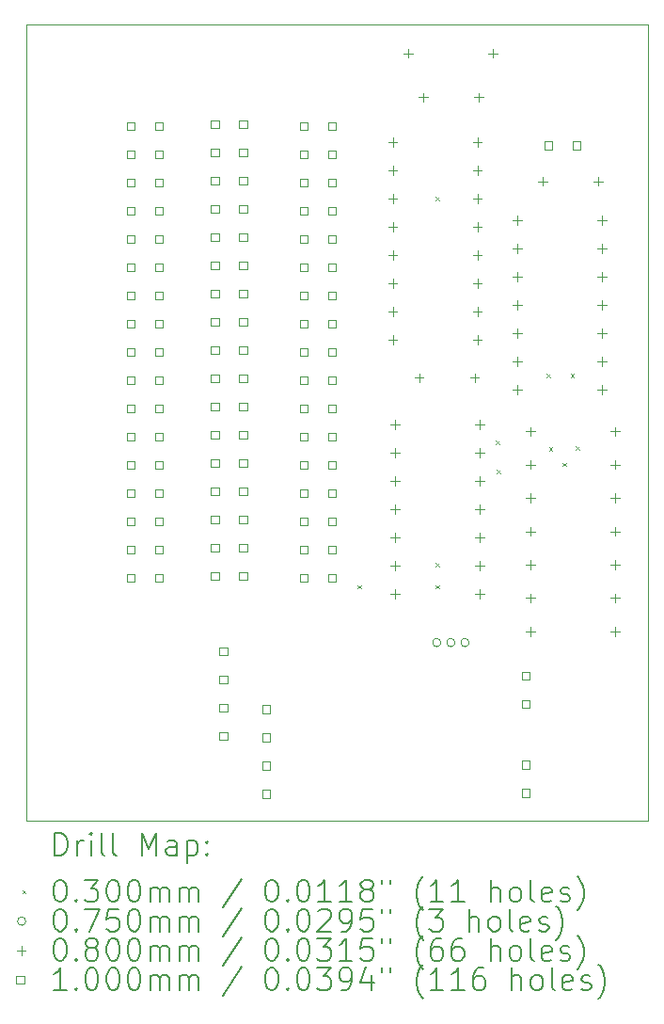
<source format=gbr>
%TF.GenerationSoftware,KiCad,Pcbnew,8.0.4*%
%TF.CreationDate,2024-09-21T16:00:35+01:00*%
%TF.ProjectId,AmigaDualFloppyInterface,416d6967-6144-4756-916c-466c6f707079,1.0*%
%TF.SameCoordinates,Original*%
%TF.FileFunction,Drillmap*%
%TF.FilePolarity,Positive*%
%FSLAX45Y45*%
G04 Gerber Fmt 4.5, Leading zero omitted, Abs format (unit mm)*
G04 Created by KiCad (PCBNEW 8.0.4) date 2024-09-21 16:00:35*
%MOMM*%
%LPD*%
G01*
G04 APERTURE LIST*
%ADD10C,0.050000*%
%ADD11C,0.200000*%
%ADD12C,0.100000*%
G04 APERTURE END LIST*
D10*
X11400000Y-13800000D02*
X5800000Y-13800000D01*
X5800000Y-6641141D01*
X11400000Y-6641141D01*
X11400000Y-13800000D01*
D11*
D12*
X8785000Y-11685000D02*
X8815000Y-11715000D01*
X8815000Y-11685000D02*
X8785000Y-11715000D01*
X9485000Y-8193000D02*
X9515000Y-8223000D01*
X9515000Y-8193000D02*
X9485000Y-8223000D01*
X9485000Y-11485000D02*
X9515000Y-11515000D01*
X9515000Y-11485000D02*
X9485000Y-11515000D01*
X9485000Y-11685000D02*
X9515000Y-11715000D01*
X9515000Y-11685000D02*
X9485000Y-11715000D01*
X10027910Y-10385000D02*
X10057910Y-10415000D01*
X10057910Y-10385000D02*
X10027910Y-10415000D01*
X10035000Y-10646500D02*
X10065000Y-10676500D01*
X10065000Y-10646500D02*
X10035000Y-10676500D01*
X10485000Y-9785000D02*
X10515000Y-9815000D01*
X10515000Y-9785000D02*
X10485000Y-9815000D01*
X10508000Y-10441613D02*
X10538000Y-10471613D01*
X10538000Y-10441613D02*
X10508000Y-10471613D01*
X10628000Y-10585000D02*
X10658000Y-10615000D01*
X10658000Y-10585000D02*
X10628000Y-10615000D01*
X10702574Y-9785000D02*
X10732574Y-9815000D01*
X10732574Y-9785000D02*
X10702574Y-9815000D01*
X10750067Y-10435000D02*
X10780067Y-10465000D01*
X10780067Y-10435000D02*
X10750067Y-10465000D01*
X9534023Y-12200000D02*
G75*
G02*
X9459023Y-12200000I-37500J0D01*
G01*
X9459023Y-12200000D02*
G75*
G02*
X9534023Y-12200000I37500J0D01*
G01*
X9661023Y-12200000D02*
G75*
G02*
X9586023Y-12200000I-37500J0D01*
G01*
X9586023Y-12200000D02*
G75*
G02*
X9661023Y-12200000I37500J0D01*
G01*
X9788023Y-12200000D02*
G75*
G02*
X9713023Y-12200000I-37500J0D01*
G01*
X9713023Y-12200000D02*
G75*
G02*
X9788023Y-12200000I37500J0D01*
G01*
X9100000Y-7660000D02*
X9100000Y-7740000D01*
X9060000Y-7700000D02*
X9140000Y-7700000D01*
X9100000Y-7914000D02*
X9100000Y-7994000D01*
X9060000Y-7954000D02*
X9140000Y-7954000D01*
X9100000Y-8168000D02*
X9100000Y-8248000D01*
X9060000Y-8208000D02*
X9140000Y-8208000D01*
X9100000Y-8422000D02*
X9100000Y-8502000D01*
X9060000Y-8462000D02*
X9140000Y-8462000D01*
X9100000Y-8676000D02*
X9100000Y-8756000D01*
X9060000Y-8716000D02*
X9140000Y-8716000D01*
X9100000Y-8930000D02*
X9100000Y-9010000D01*
X9060000Y-8970000D02*
X9140000Y-8970000D01*
X9100000Y-9184000D02*
X9100000Y-9264000D01*
X9060000Y-9224000D02*
X9140000Y-9224000D01*
X9100000Y-9438000D02*
X9100000Y-9518000D01*
X9060000Y-9478000D02*
X9140000Y-9478000D01*
X9120000Y-10197500D02*
X9120000Y-10277500D01*
X9080000Y-10237500D02*
X9160000Y-10237500D01*
X9120000Y-10451500D02*
X9120000Y-10531500D01*
X9080000Y-10491500D02*
X9160000Y-10491500D01*
X9120000Y-10705500D02*
X9120000Y-10785500D01*
X9080000Y-10745500D02*
X9160000Y-10745500D01*
X9120000Y-10959500D02*
X9120000Y-11039500D01*
X9080000Y-10999500D02*
X9160000Y-10999500D01*
X9120000Y-11213500D02*
X9120000Y-11293500D01*
X9080000Y-11253500D02*
X9160000Y-11253500D01*
X9120000Y-11467500D02*
X9120000Y-11547500D01*
X9080000Y-11507500D02*
X9160000Y-11507500D01*
X9120000Y-11721500D02*
X9120000Y-11801500D01*
X9080000Y-11761500D02*
X9160000Y-11761500D01*
X9238000Y-6860000D02*
X9238000Y-6940000D01*
X9198000Y-6900000D02*
X9278000Y-6900000D01*
X9337618Y-9778605D02*
X9337618Y-9858605D01*
X9297618Y-9818605D02*
X9377618Y-9818605D01*
X9374034Y-7256068D02*
X9374034Y-7336068D01*
X9334034Y-7296068D02*
X9414034Y-7296068D01*
X9837618Y-9778605D02*
X9837618Y-9858605D01*
X9797618Y-9818605D02*
X9877618Y-9818605D01*
X9862000Y-7660000D02*
X9862000Y-7740000D01*
X9822000Y-7700000D02*
X9902000Y-7700000D01*
X9862000Y-7914000D02*
X9862000Y-7994000D01*
X9822000Y-7954000D02*
X9902000Y-7954000D01*
X9862000Y-8168000D02*
X9862000Y-8248000D01*
X9822000Y-8208000D02*
X9902000Y-8208000D01*
X9862000Y-8422000D02*
X9862000Y-8502000D01*
X9822000Y-8462000D02*
X9902000Y-8462000D01*
X9862000Y-8676000D02*
X9862000Y-8756000D01*
X9822000Y-8716000D02*
X9902000Y-8716000D01*
X9862000Y-8930000D02*
X9862000Y-9010000D01*
X9822000Y-8970000D02*
X9902000Y-8970000D01*
X9862000Y-9184000D02*
X9862000Y-9264000D01*
X9822000Y-9224000D02*
X9902000Y-9224000D01*
X9862000Y-9438000D02*
X9862000Y-9518000D01*
X9822000Y-9478000D02*
X9902000Y-9478000D01*
X9874034Y-7256068D02*
X9874034Y-7336068D01*
X9834034Y-7296068D02*
X9914034Y-7296068D01*
X9882000Y-10197500D02*
X9882000Y-10277500D01*
X9842000Y-10237500D02*
X9922000Y-10237500D01*
X9882000Y-10451500D02*
X9882000Y-10531500D01*
X9842000Y-10491500D02*
X9922000Y-10491500D01*
X9882000Y-10705500D02*
X9882000Y-10785500D01*
X9842000Y-10745500D02*
X9922000Y-10745500D01*
X9882000Y-10959500D02*
X9882000Y-11039500D01*
X9842000Y-10999500D02*
X9922000Y-10999500D01*
X9882000Y-11213500D02*
X9882000Y-11293500D01*
X9842000Y-11253500D02*
X9922000Y-11253500D01*
X9882000Y-11467500D02*
X9882000Y-11547500D01*
X9842000Y-11507500D02*
X9922000Y-11507500D01*
X9882000Y-11721500D02*
X9882000Y-11801500D01*
X9842000Y-11761500D02*
X9922000Y-11761500D01*
X10000000Y-6860000D02*
X10000000Y-6940000D01*
X9960000Y-6900000D02*
X10040000Y-6900000D01*
X10220000Y-8360000D02*
X10220000Y-8440000D01*
X10180000Y-8400000D02*
X10260000Y-8400000D01*
X10220000Y-8614000D02*
X10220000Y-8694000D01*
X10180000Y-8654000D02*
X10260000Y-8654000D01*
X10220000Y-8868000D02*
X10220000Y-8948000D01*
X10180000Y-8908000D02*
X10260000Y-8908000D01*
X10220000Y-9122000D02*
X10220000Y-9202000D01*
X10180000Y-9162000D02*
X10260000Y-9162000D01*
X10220000Y-9376000D02*
X10220000Y-9456000D01*
X10180000Y-9416000D02*
X10260000Y-9416000D01*
X10220000Y-9630000D02*
X10220000Y-9710000D01*
X10180000Y-9670000D02*
X10260000Y-9670000D01*
X10220000Y-9884000D02*
X10220000Y-9964000D01*
X10180000Y-9924000D02*
X10260000Y-9924000D01*
X10338000Y-10260000D02*
X10338000Y-10340000D01*
X10298000Y-10300000D02*
X10378000Y-10300000D01*
X10338000Y-10560000D02*
X10338000Y-10640000D01*
X10298000Y-10600000D02*
X10378000Y-10600000D01*
X10338000Y-10860000D02*
X10338000Y-10940000D01*
X10298000Y-10900000D02*
X10378000Y-10900000D01*
X10338000Y-11160000D02*
X10338000Y-11240000D01*
X10298000Y-11200000D02*
X10378000Y-11200000D01*
X10338000Y-11460000D02*
X10338000Y-11540000D01*
X10298000Y-11500000D02*
X10378000Y-11500000D01*
X10338000Y-11760000D02*
X10338000Y-11840000D01*
X10298000Y-11800000D02*
X10378000Y-11800000D01*
X10338000Y-12060000D02*
X10338000Y-12140000D01*
X10298000Y-12100000D02*
X10378000Y-12100000D01*
X10450000Y-8010829D02*
X10450000Y-8090829D01*
X10410000Y-8050829D02*
X10490000Y-8050829D01*
X10950000Y-8010829D02*
X10950000Y-8090829D01*
X10910000Y-8050829D02*
X10990000Y-8050829D01*
X10982000Y-8360000D02*
X10982000Y-8440000D01*
X10942000Y-8400000D02*
X11022000Y-8400000D01*
X10982000Y-8614000D02*
X10982000Y-8694000D01*
X10942000Y-8654000D02*
X11022000Y-8654000D01*
X10982000Y-8868000D02*
X10982000Y-8948000D01*
X10942000Y-8908000D02*
X11022000Y-8908000D01*
X10982000Y-9122000D02*
X10982000Y-9202000D01*
X10942000Y-9162000D02*
X11022000Y-9162000D01*
X10982000Y-9376000D02*
X10982000Y-9456000D01*
X10942000Y-9416000D02*
X11022000Y-9416000D01*
X10982000Y-9630000D02*
X10982000Y-9710000D01*
X10942000Y-9670000D02*
X11022000Y-9670000D01*
X10982000Y-9884000D02*
X10982000Y-9964000D01*
X10942000Y-9924000D02*
X11022000Y-9924000D01*
X11100000Y-10260000D02*
X11100000Y-10340000D01*
X11060000Y-10300000D02*
X11140000Y-10300000D01*
X11100000Y-10560000D02*
X11100000Y-10640000D01*
X11060000Y-10600000D02*
X11140000Y-10600000D01*
X11100000Y-10860000D02*
X11100000Y-10940000D01*
X11060000Y-10900000D02*
X11140000Y-10900000D01*
X11100000Y-11160000D02*
X11100000Y-11240000D01*
X11060000Y-11200000D02*
X11140000Y-11200000D01*
X11100000Y-11460000D02*
X11100000Y-11540000D01*
X11060000Y-11500000D02*
X11140000Y-11500000D01*
X11100000Y-11760000D02*
X11100000Y-11840000D01*
X11060000Y-11800000D02*
X11140000Y-11800000D01*
X11100000Y-12060000D02*
X11100000Y-12140000D01*
X11060000Y-12100000D02*
X11140000Y-12100000D01*
X6776856Y-7590356D02*
X6776856Y-7519644D01*
X6706144Y-7519644D01*
X6706144Y-7590356D01*
X6776856Y-7590356D01*
X6776856Y-7844356D02*
X6776856Y-7773644D01*
X6706144Y-7773644D01*
X6706144Y-7844356D01*
X6776856Y-7844356D01*
X6776856Y-8098356D02*
X6776856Y-8027644D01*
X6706144Y-8027644D01*
X6706144Y-8098356D01*
X6776856Y-8098356D01*
X6776856Y-8352356D02*
X6776856Y-8281644D01*
X6706144Y-8281644D01*
X6706144Y-8352356D01*
X6776856Y-8352356D01*
X6776856Y-8606356D02*
X6776856Y-8535644D01*
X6706144Y-8535644D01*
X6706144Y-8606356D01*
X6776856Y-8606356D01*
X6776856Y-8860356D02*
X6776856Y-8789644D01*
X6706144Y-8789644D01*
X6706144Y-8860356D01*
X6776856Y-8860356D01*
X6776856Y-9114356D02*
X6776856Y-9043644D01*
X6706144Y-9043644D01*
X6706144Y-9114356D01*
X6776856Y-9114356D01*
X6776856Y-9368356D02*
X6776856Y-9297644D01*
X6706144Y-9297644D01*
X6706144Y-9368356D01*
X6776856Y-9368356D01*
X6776856Y-9622356D02*
X6776856Y-9551644D01*
X6706144Y-9551644D01*
X6706144Y-9622356D01*
X6776856Y-9622356D01*
X6776856Y-9876356D02*
X6776856Y-9805644D01*
X6706144Y-9805644D01*
X6706144Y-9876356D01*
X6776856Y-9876356D01*
X6776856Y-10130356D02*
X6776856Y-10059644D01*
X6706144Y-10059644D01*
X6706144Y-10130356D01*
X6776856Y-10130356D01*
X6776856Y-10384356D02*
X6776856Y-10313644D01*
X6706144Y-10313644D01*
X6706144Y-10384356D01*
X6776856Y-10384356D01*
X6776856Y-10638356D02*
X6776856Y-10567644D01*
X6706144Y-10567644D01*
X6706144Y-10638356D01*
X6776856Y-10638356D01*
X6776856Y-10892356D02*
X6776856Y-10821644D01*
X6706144Y-10821644D01*
X6706144Y-10892356D01*
X6776856Y-10892356D01*
X6776856Y-11146356D02*
X6776856Y-11075644D01*
X6706144Y-11075644D01*
X6706144Y-11146356D01*
X6776856Y-11146356D01*
X6776856Y-11400356D02*
X6776856Y-11329644D01*
X6706144Y-11329644D01*
X6706144Y-11400356D01*
X6776856Y-11400356D01*
X6776856Y-11654356D02*
X6776856Y-11583644D01*
X6706144Y-11583644D01*
X6706144Y-11654356D01*
X6776856Y-11654356D01*
X7030856Y-7590356D02*
X7030856Y-7519644D01*
X6960144Y-7519644D01*
X6960144Y-7590356D01*
X7030856Y-7590356D01*
X7030856Y-7844356D02*
X7030856Y-7773644D01*
X6960144Y-7773644D01*
X6960144Y-7844356D01*
X7030856Y-7844356D01*
X7030856Y-8098356D02*
X7030856Y-8027644D01*
X6960144Y-8027644D01*
X6960144Y-8098356D01*
X7030856Y-8098356D01*
X7030856Y-8352356D02*
X7030856Y-8281644D01*
X6960144Y-8281644D01*
X6960144Y-8352356D01*
X7030856Y-8352356D01*
X7030856Y-8606356D02*
X7030856Y-8535644D01*
X6960144Y-8535644D01*
X6960144Y-8606356D01*
X7030856Y-8606356D01*
X7030856Y-8860356D02*
X7030856Y-8789644D01*
X6960144Y-8789644D01*
X6960144Y-8860356D01*
X7030856Y-8860356D01*
X7030856Y-9114356D02*
X7030856Y-9043644D01*
X6960144Y-9043644D01*
X6960144Y-9114356D01*
X7030856Y-9114356D01*
X7030856Y-9368356D02*
X7030856Y-9297644D01*
X6960144Y-9297644D01*
X6960144Y-9368356D01*
X7030856Y-9368356D01*
X7030856Y-9622356D02*
X7030856Y-9551644D01*
X6960144Y-9551644D01*
X6960144Y-9622356D01*
X7030856Y-9622356D01*
X7030856Y-9876356D02*
X7030856Y-9805644D01*
X6960144Y-9805644D01*
X6960144Y-9876356D01*
X7030856Y-9876356D01*
X7030856Y-10130356D02*
X7030856Y-10059644D01*
X6960144Y-10059644D01*
X6960144Y-10130356D01*
X7030856Y-10130356D01*
X7030856Y-10384356D02*
X7030856Y-10313644D01*
X6960144Y-10313644D01*
X6960144Y-10384356D01*
X7030856Y-10384356D01*
X7030856Y-10638356D02*
X7030856Y-10567644D01*
X6960144Y-10567644D01*
X6960144Y-10638356D01*
X7030856Y-10638356D01*
X7030856Y-10892356D02*
X7030856Y-10821644D01*
X6960144Y-10821644D01*
X6960144Y-10892356D01*
X7030856Y-10892356D01*
X7030856Y-11146356D02*
X7030856Y-11075644D01*
X6960144Y-11075644D01*
X6960144Y-11146356D01*
X7030856Y-11146356D01*
X7030856Y-11400356D02*
X7030856Y-11329644D01*
X6960144Y-11329644D01*
X6960144Y-11400356D01*
X7030856Y-11400356D01*
X7030856Y-11654356D02*
X7030856Y-11583644D01*
X6960144Y-11583644D01*
X6960144Y-11654356D01*
X7030856Y-11654356D01*
X7535356Y-7573356D02*
X7535356Y-7502644D01*
X7464644Y-7502644D01*
X7464644Y-7573356D01*
X7535356Y-7573356D01*
X7535356Y-7827356D02*
X7535356Y-7756644D01*
X7464644Y-7756644D01*
X7464644Y-7827356D01*
X7535356Y-7827356D01*
X7535356Y-8081356D02*
X7535356Y-8010644D01*
X7464644Y-8010644D01*
X7464644Y-8081356D01*
X7535356Y-8081356D01*
X7535356Y-8335356D02*
X7535356Y-8264644D01*
X7464644Y-8264644D01*
X7464644Y-8335356D01*
X7535356Y-8335356D01*
X7535356Y-8589356D02*
X7535356Y-8518644D01*
X7464644Y-8518644D01*
X7464644Y-8589356D01*
X7535356Y-8589356D01*
X7535356Y-8843356D02*
X7535356Y-8772644D01*
X7464644Y-8772644D01*
X7464644Y-8843356D01*
X7535356Y-8843356D01*
X7535356Y-9097356D02*
X7535356Y-9026644D01*
X7464644Y-9026644D01*
X7464644Y-9097356D01*
X7535356Y-9097356D01*
X7535356Y-9351356D02*
X7535356Y-9280644D01*
X7464644Y-9280644D01*
X7464644Y-9351356D01*
X7535356Y-9351356D01*
X7535356Y-9605356D02*
X7535356Y-9534644D01*
X7464644Y-9534644D01*
X7464644Y-9605356D01*
X7535356Y-9605356D01*
X7535356Y-9859356D02*
X7535356Y-9788644D01*
X7464644Y-9788644D01*
X7464644Y-9859356D01*
X7535356Y-9859356D01*
X7535356Y-10113356D02*
X7535356Y-10042644D01*
X7464644Y-10042644D01*
X7464644Y-10113356D01*
X7535356Y-10113356D01*
X7535356Y-10367356D02*
X7535356Y-10296644D01*
X7464644Y-10296644D01*
X7464644Y-10367356D01*
X7535356Y-10367356D01*
X7535356Y-10621356D02*
X7535356Y-10550644D01*
X7464644Y-10550644D01*
X7464644Y-10621356D01*
X7535356Y-10621356D01*
X7535356Y-10875356D02*
X7535356Y-10804644D01*
X7464644Y-10804644D01*
X7464644Y-10875356D01*
X7535356Y-10875356D01*
X7535356Y-11129356D02*
X7535356Y-11058644D01*
X7464644Y-11058644D01*
X7464644Y-11129356D01*
X7535356Y-11129356D01*
X7535356Y-11383356D02*
X7535356Y-11312644D01*
X7464644Y-11312644D01*
X7464644Y-11383356D01*
X7535356Y-11383356D01*
X7535356Y-11637356D02*
X7535356Y-11566644D01*
X7464644Y-11566644D01*
X7464644Y-11637356D01*
X7535356Y-11637356D01*
X7610356Y-12312356D02*
X7610356Y-12241644D01*
X7539644Y-12241644D01*
X7539644Y-12312356D01*
X7610356Y-12312356D01*
X7610356Y-12566356D02*
X7610356Y-12495644D01*
X7539644Y-12495644D01*
X7539644Y-12566356D01*
X7610356Y-12566356D01*
X7610356Y-12820356D02*
X7610356Y-12749644D01*
X7539644Y-12749644D01*
X7539644Y-12820356D01*
X7610356Y-12820356D01*
X7610356Y-13074356D02*
X7610356Y-13003644D01*
X7539644Y-13003644D01*
X7539644Y-13074356D01*
X7610356Y-13074356D01*
X7789356Y-7573356D02*
X7789356Y-7502644D01*
X7718644Y-7502644D01*
X7718644Y-7573356D01*
X7789356Y-7573356D01*
X7789356Y-7827356D02*
X7789356Y-7756644D01*
X7718644Y-7756644D01*
X7718644Y-7827356D01*
X7789356Y-7827356D01*
X7789356Y-8081356D02*
X7789356Y-8010644D01*
X7718644Y-8010644D01*
X7718644Y-8081356D01*
X7789356Y-8081356D01*
X7789356Y-8335356D02*
X7789356Y-8264644D01*
X7718644Y-8264644D01*
X7718644Y-8335356D01*
X7789356Y-8335356D01*
X7789356Y-8589356D02*
X7789356Y-8518644D01*
X7718644Y-8518644D01*
X7718644Y-8589356D01*
X7789356Y-8589356D01*
X7789356Y-8843356D02*
X7789356Y-8772644D01*
X7718644Y-8772644D01*
X7718644Y-8843356D01*
X7789356Y-8843356D01*
X7789356Y-9097356D02*
X7789356Y-9026644D01*
X7718644Y-9026644D01*
X7718644Y-9097356D01*
X7789356Y-9097356D01*
X7789356Y-9351356D02*
X7789356Y-9280644D01*
X7718644Y-9280644D01*
X7718644Y-9351356D01*
X7789356Y-9351356D01*
X7789356Y-9605356D02*
X7789356Y-9534644D01*
X7718644Y-9534644D01*
X7718644Y-9605356D01*
X7789356Y-9605356D01*
X7789356Y-9859356D02*
X7789356Y-9788644D01*
X7718644Y-9788644D01*
X7718644Y-9859356D01*
X7789356Y-9859356D01*
X7789356Y-10113356D02*
X7789356Y-10042644D01*
X7718644Y-10042644D01*
X7718644Y-10113356D01*
X7789356Y-10113356D01*
X7789356Y-10367356D02*
X7789356Y-10296644D01*
X7718644Y-10296644D01*
X7718644Y-10367356D01*
X7789356Y-10367356D01*
X7789356Y-10621356D02*
X7789356Y-10550644D01*
X7718644Y-10550644D01*
X7718644Y-10621356D01*
X7789356Y-10621356D01*
X7789356Y-10875356D02*
X7789356Y-10804644D01*
X7718644Y-10804644D01*
X7718644Y-10875356D01*
X7789356Y-10875356D01*
X7789356Y-11129356D02*
X7789356Y-11058644D01*
X7718644Y-11058644D01*
X7718644Y-11129356D01*
X7789356Y-11129356D01*
X7789356Y-11383356D02*
X7789356Y-11312644D01*
X7718644Y-11312644D01*
X7718644Y-11383356D01*
X7789356Y-11383356D01*
X7789356Y-11637356D02*
X7789356Y-11566644D01*
X7718644Y-11566644D01*
X7718644Y-11637356D01*
X7789356Y-11637356D01*
X7996666Y-12835117D02*
X7996666Y-12764406D01*
X7925955Y-12764406D01*
X7925955Y-12835117D01*
X7996666Y-12835117D01*
X7996666Y-13089117D02*
X7996666Y-13018406D01*
X7925955Y-13018406D01*
X7925955Y-13089117D01*
X7996666Y-13089117D01*
X7996666Y-13343117D02*
X7996666Y-13272406D01*
X7925955Y-13272406D01*
X7925955Y-13343117D01*
X7996666Y-13343117D01*
X7996666Y-13597117D02*
X7996666Y-13526406D01*
X7925955Y-13526406D01*
X7925955Y-13597117D01*
X7996666Y-13597117D01*
X8335356Y-7590356D02*
X8335356Y-7519644D01*
X8264644Y-7519644D01*
X8264644Y-7590356D01*
X8335356Y-7590356D01*
X8335356Y-7844356D02*
X8335356Y-7773644D01*
X8264644Y-7773644D01*
X8264644Y-7844356D01*
X8335356Y-7844356D01*
X8335356Y-8098356D02*
X8335356Y-8027644D01*
X8264644Y-8027644D01*
X8264644Y-8098356D01*
X8335356Y-8098356D01*
X8335356Y-8352356D02*
X8335356Y-8281644D01*
X8264644Y-8281644D01*
X8264644Y-8352356D01*
X8335356Y-8352356D01*
X8335356Y-8606356D02*
X8335356Y-8535644D01*
X8264644Y-8535644D01*
X8264644Y-8606356D01*
X8335356Y-8606356D01*
X8335356Y-8860356D02*
X8335356Y-8789644D01*
X8264644Y-8789644D01*
X8264644Y-8860356D01*
X8335356Y-8860356D01*
X8335356Y-9114356D02*
X8335356Y-9043644D01*
X8264644Y-9043644D01*
X8264644Y-9114356D01*
X8335356Y-9114356D01*
X8335356Y-9368356D02*
X8335356Y-9297644D01*
X8264644Y-9297644D01*
X8264644Y-9368356D01*
X8335356Y-9368356D01*
X8335356Y-9622356D02*
X8335356Y-9551644D01*
X8264644Y-9551644D01*
X8264644Y-9622356D01*
X8335356Y-9622356D01*
X8335356Y-9876356D02*
X8335356Y-9805644D01*
X8264644Y-9805644D01*
X8264644Y-9876356D01*
X8335356Y-9876356D01*
X8335356Y-10130356D02*
X8335356Y-10059644D01*
X8264644Y-10059644D01*
X8264644Y-10130356D01*
X8335356Y-10130356D01*
X8335356Y-10384356D02*
X8335356Y-10313644D01*
X8264644Y-10313644D01*
X8264644Y-10384356D01*
X8335356Y-10384356D01*
X8335356Y-10638356D02*
X8335356Y-10567644D01*
X8264644Y-10567644D01*
X8264644Y-10638356D01*
X8335356Y-10638356D01*
X8335356Y-10892356D02*
X8335356Y-10821644D01*
X8264644Y-10821644D01*
X8264644Y-10892356D01*
X8335356Y-10892356D01*
X8335356Y-11146356D02*
X8335356Y-11075644D01*
X8264644Y-11075644D01*
X8264644Y-11146356D01*
X8335356Y-11146356D01*
X8335356Y-11400356D02*
X8335356Y-11329644D01*
X8264644Y-11329644D01*
X8264644Y-11400356D01*
X8335356Y-11400356D01*
X8335356Y-11654356D02*
X8335356Y-11583644D01*
X8264644Y-11583644D01*
X8264644Y-11654356D01*
X8335356Y-11654356D01*
X8589356Y-7590356D02*
X8589356Y-7519644D01*
X8518644Y-7519644D01*
X8518644Y-7590356D01*
X8589356Y-7590356D01*
X8589356Y-7844356D02*
X8589356Y-7773644D01*
X8518644Y-7773644D01*
X8518644Y-7844356D01*
X8589356Y-7844356D01*
X8589356Y-8098356D02*
X8589356Y-8027644D01*
X8518644Y-8027644D01*
X8518644Y-8098356D01*
X8589356Y-8098356D01*
X8589356Y-8352356D02*
X8589356Y-8281644D01*
X8518644Y-8281644D01*
X8518644Y-8352356D01*
X8589356Y-8352356D01*
X8589356Y-8606356D02*
X8589356Y-8535644D01*
X8518644Y-8535644D01*
X8518644Y-8606356D01*
X8589356Y-8606356D01*
X8589356Y-8860356D02*
X8589356Y-8789644D01*
X8518644Y-8789644D01*
X8518644Y-8860356D01*
X8589356Y-8860356D01*
X8589356Y-9114356D02*
X8589356Y-9043644D01*
X8518644Y-9043644D01*
X8518644Y-9114356D01*
X8589356Y-9114356D01*
X8589356Y-9368356D02*
X8589356Y-9297644D01*
X8518644Y-9297644D01*
X8518644Y-9368356D01*
X8589356Y-9368356D01*
X8589356Y-9622356D02*
X8589356Y-9551644D01*
X8518644Y-9551644D01*
X8518644Y-9622356D01*
X8589356Y-9622356D01*
X8589356Y-9876356D02*
X8589356Y-9805644D01*
X8518644Y-9805644D01*
X8518644Y-9876356D01*
X8589356Y-9876356D01*
X8589356Y-10130356D02*
X8589356Y-10059644D01*
X8518644Y-10059644D01*
X8518644Y-10130356D01*
X8589356Y-10130356D01*
X8589356Y-10384356D02*
X8589356Y-10313644D01*
X8518644Y-10313644D01*
X8518644Y-10384356D01*
X8589356Y-10384356D01*
X8589356Y-10638356D02*
X8589356Y-10567644D01*
X8518644Y-10567644D01*
X8518644Y-10638356D01*
X8589356Y-10638356D01*
X8589356Y-10892356D02*
X8589356Y-10821644D01*
X8518644Y-10821644D01*
X8518644Y-10892356D01*
X8589356Y-10892356D01*
X8589356Y-11146356D02*
X8589356Y-11075644D01*
X8518644Y-11075644D01*
X8518644Y-11146356D01*
X8589356Y-11146356D01*
X8589356Y-11400356D02*
X8589356Y-11329644D01*
X8518644Y-11329644D01*
X8518644Y-11400356D01*
X8589356Y-11400356D01*
X8589356Y-11654356D02*
X8589356Y-11583644D01*
X8518644Y-11583644D01*
X8518644Y-11654356D01*
X8589356Y-11654356D01*
X10335356Y-12535356D02*
X10335356Y-12464644D01*
X10264644Y-12464644D01*
X10264644Y-12535356D01*
X10335356Y-12535356D01*
X10335356Y-12789356D02*
X10335356Y-12718644D01*
X10264644Y-12718644D01*
X10264644Y-12789356D01*
X10335356Y-12789356D01*
X10335356Y-13335356D02*
X10335356Y-13264644D01*
X10264644Y-13264644D01*
X10264644Y-13335356D01*
X10335356Y-13335356D01*
X10335356Y-13589356D02*
X10335356Y-13518644D01*
X10264644Y-13518644D01*
X10264644Y-13589356D01*
X10335356Y-13589356D01*
X10534224Y-7764324D02*
X10534224Y-7693612D01*
X10463513Y-7693612D01*
X10463513Y-7764324D01*
X10534224Y-7764324D01*
X10788224Y-7764324D02*
X10788224Y-7693612D01*
X10717513Y-7693612D01*
X10717513Y-7764324D01*
X10788224Y-7764324D01*
D11*
X6058277Y-14113984D02*
X6058277Y-13913984D01*
X6058277Y-13913984D02*
X6105896Y-13913984D01*
X6105896Y-13913984D02*
X6134467Y-13923508D01*
X6134467Y-13923508D02*
X6153515Y-13942555D01*
X6153515Y-13942555D02*
X6163039Y-13961603D01*
X6163039Y-13961603D02*
X6172562Y-13999698D01*
X6172562Y-13999698D02*
X6172562Y-14028269D01*
X6172562Y-14028269D02*
X6163039Y-14066365D01*
X6163039Y-14066365D02*
X6153515Y-14085412D01*
X6153515Y-14085412D02*
X6134467Y-14104460D01*
X6134467Y-14104460D02*
X6105896Y-14113984D01*
X6105896Y-14113984D02*
X6058277Y-14113984D01*
X6258277Y-14113984D02*
X6258277Y-13980650D01*
X6258277Y-14018746D02*
X6267801Y-13999698D01*
X6267801Y-13999698D02*
X6277324Y-13990174D01*
X6277324Y-13990174D02*
X6296372Y-13980650D01*
X6296372Y-13980650D02*
X6315420Y-13980650D01*
X6382086Y-14113984D02*
X6382086Y-13980650D01*
X6382086Y-13913984D02*
X6372562Y-13923508D01*
X6372562Y-13923508D02*
X6382086Y-13933031D01*
X6382086Y-13933031D02*
X6391610Y-13923508D01*
X6391610Y-13923508D02*
X6382086Y-13913984D01*
X6382086Y-13913984D02*
X6382086Y-13933031D01*
X6505896Y-14113984D02*
X6486848Y-14104460D01*
X6486848Y-14104460D02*
X6477324Y-14085412D01*
X6477324Y-14085412D02*
X6477324Y-13913984D01*
X6610658Y-14113984D02*
X6591610Y-14104460D01*
X6591610Y-14104460D02*
X6582086Y-14085412D01*
X6582086Y-14085412D02*
X6582086Y-13913984D01*
X6839229Y-14113984D02*
X6839229Y-13913984D01*
X6839229Y-13913984D02*
X6905896Y-14056841D01*
X6905896Y-14056841D02*
X6972562Y-13913984D01*
X6972562Y-13913984D02*
X6972562Y-14113984D01*
X7153515Y-14113984D02*
X7153515Y-14009222D01*
X7153515Y-14009222D02*
X7143991Y-13990174D01*
X7143991Y-13990174D02*
X7124943Y-13980650D01*
X7124943Y-13980650D02*
X7086848Y-13980650D01*
X7086848Y-13980650D02*
X7067801Y-13990174D01*
X7153515Y-14104460D02*
X7134467Y-14113984D01*
X7134467Y-14113984D02*
X7086848Y-14113984D01*
X7086848Y-14113984D02*
X7067801Y-14104460D01*
X7067801Y-14104460D02*
X7058277Y-14085412D01*
X7058277Y-14085412D02*
X7058277Y-14066365D01*
X7058277Y-14066365D02*
X7067801Y-14047317D01*
X7067801Y-14047317D02*
X7086848Y-14037793D01*
X7086848Y-14037793D02*
X7134467Y-14037793D01*
X7134467Y-14037793D02*
X7153515Y-14028269D01*
X7248753Y-13980650D02*
X7248753Y-14180650D01*
X7248753Y-13990174D02*
X7267801Y-13980650D01*
X7267801Y-13980650D02*
X7305896Y-13980650D01*
X7305896Y-13980650D02*
X7324943Y-13990174D01*
X7324943Y-13990174D02*
X7334467Y-13999698D01*
X7334467Y-13999698D02*
X7343991Y-14018746D01*
X7343991Y-14018746D02*
X7343991Y-14075888D01*
X7343991Y-14075888D02*
X7334467Y-14094936D01*
X7334467Y-14094936D02*
X7324943Y-14104460D01*
X7324943Y-14104460D02*
X7305896Y-14113984D01*
X7305896Y-14113984D02*
X7267801Y-14113984D01*
X7267801Y-14113984D02*
X7248753Y-14104460D01*
X7429705Y-14094936D02*
X7439229Y-14104460D01*
X7439229Y-14104460D02*
X7429705Y-14113984D01*
X7429705Y-14113984D02*
X7420182Y-14104460D01*
X7420182Y-14104460D02*
X7429705Y-14094936D01*
X7429705Y-14094936D02*
X7429705Y-14113984D01*
X7429705Y-13990174D02*
X7439229Y-13999698D01*
X7439229Y-13999698D02*
X7429705Y-14009222D01*
X7429705Y-14009222D02*
X7420182Y-13999698D01*
X7420182Y-13999698D02*
X7429705Y-13990174D01*
X7429705Y-13990174D02*
X7429705Y-14009222D01*
D12*
X5767500Y-14427500D02*
X5797500Y-14457500D01*
X5797500Y-14427500D02*
X5767500Y-14457500D01*
D11*
X6096372Y-14333984D02*
X6115420Y-14333984D01*
X6115420Y-14333984D02*
X6134467Y-14343508D01*
X6134467Y-14343508D02*
X6143991Y-14353031D01*
X6143991Y-14353031D02*
X6153515Y-14372079D01*
X6153515Y-14372079D02*
X6163039Y-14410174D01*
X6163039Y-14410174D02*
X6163039Y-14457793D01*
X6163039Y-14457793D02*
X6153515Y-14495888D01*
X6153515Y-14495888D02*
X6143991Y-14514936D01*
X6143991Y-14514936D02*
X6134467Y-14524460D01*
X6134467Y-14524460D02*
X6115420Y-14533984D01*
X6115420Y-14533984D02*
X6096372Y-14533984D01*
X6096372Y-14533984D02*
X6077324Y-14524460D01*
X6077324Y-14524460D02*
X6067801Y-14514936D01*
X6067801Y-14514936D02*
X6058277Y-14495888D01*
X6058277Y-14495888D02*
X6048753Y-14457793D01*
X6048753Y-14457793D02*
X6048753Y-14410174D01*
X6048753Y-14410174D02*
X6058277Y-14372079D01*
X6058277Y-14372079D02*
X6067801Y-14353031D01*
X6067801Y-14353031D02*
X6077324Y-14343508D01*
X6077324Y-14343508D02*
X6096372Y-14333984D01*
X6248753Y-14514936D02*
X6258277Y-14524460D01*
X6258277Y-14524460D02*
X6248753Y-14533984D01*
X6248753Y-14533984D02*
X6239229Y-14524460D01*
X6239229Y-14524460D02*
X6248753Y-14514936D01*
X6248753Y-14514936D02*
X6248753Y-14533984D01*
X6324943Y-14333984D02*
X6448753Y-14333984D01*
X6448753Y-14333984D02*
X6382086Y-14410174D01*
X6382086Y-14410174D02*
X6410658Y-14410174D01*
X6410658Y-14410174D02*
X6429705Y-14419698D01*
X6429705Y-14419698D02*
X6439229Y-14429222D01*
X6439229Y-14429222D02*
X6448753Y-14448269D01*
X6448753Y-14448269D02*
X6448753Y-14495888D01*
X6448753Y-14495888D02*
X6439229Y-14514936D01*
X6439229Y-14514936D02*
X6429705Y-14524460D01*
X6429705Y-14524460D02*
X6410658Y-14533984D01*
X6410658Y-14533984D02*
X6353515Y-14533984D01*
X6353515Y-14533984D02*
X6334467Y-14524460D01*
X6334467Y-14524460D02*
X6324943Y-14514936D01*
X6572562Y-14333984D02*
X6591610Y-14333984D01*
X6591610Y-14333984D02*
X6610658Y-14343508D01*
X6610658Y-14343508D02*
X6620182Y-14353031D01*
X6620182Y-14353031D02*
X6629705Y-14372079D01*
X6629705Y-14372079D02*
X6639229Y-14410174D01*
X6639229Y-14410174D02*
X6639229Y-14457793D01*
X6639229Y-14457793D02*
X6629705Y-14495888D01*
X6629705Y-14495888D02*
X6620182Y-14514936D01*
X6620182Y-14514936D02*
X6610658Y-14524460D01*
X6610658Y-14524460D02*
X6591610Y-14533984D01*
X6591610Y-14533984D02*
X6572562Y-14533984D01*
X6572562Y-14533984D02*
X6553515Y-14524460D01*
X6553515Y-14524460D02*
X6543991Y-14514936D01*
X6543991Y-14514936D02*
X6534467Y-14495888D01*
X6534467Y-14495888D02*
X6524943Y-14457793D01*
X6524943Y-14457793D02*
X6524943Y-14410174D01*
X6524943Y-14410174D02*
X6534467Y-14372079D01*
X6534467Y-14372079D02*
X6543991Y-14353031D01*
X6543991Y-14353031D02*
X6553515Y-14343508D01*
X6553515Y-14343508D02*
X6572562Y-14333984D01*
X6763039Y-14333984D02*
X6782086Y-14333984D01*
X6782086Y-14333984D02*
X6801134Y-14343508D01*
X6801134Y-14343508D02*
X6810658Y-14353031D01*
X6810658Y-14353031D02*
X6820182Y-14372079D01*
X6820182Y-14372079D02*
X6829705Y-14410174D01*
X6829705Y-14410174D02*
X6829705Y-14457793D01*
X6829705Y-14457793D02*
X6820182Y-14495888D01*
X6820182Y-14495888D02*
X6810658Y-14514936D01*
X6810658Y-14514936D02*
X6801134Y-14524460D01*
X6801134Y-14524460D02*
X6782086Y-14533984D01*
X6782086Y-14533984D02*
X6763039Y-14533984D01*
X6763039Y-14533984D02*
X6743991Y-14524460D01*
X6743991Y-14524460D02*
X6734467Y-14514936D01*
X6734467Y-14514936D02*
X6724943Y-14495888D01*
X6724943Y-14495888D02*
X6715420Y-14457793D01*
X6715420Y-14457793D02*
X6715420Y-14410174D01*
X6715420Y-14410174D02*
X6724943Y-14372079D01*
X6724943Y-14372079D02*
X6734467Y-14353031D01*
X6734467Y-14353031D02*
X6743991Y-14343508D01*
X6743991Y-14343508D02*
X6763039Y-14333984D01*
X6915420Y-14533984D02*
X6915420Y-14400650D01*
X6915420Y-14419698D02*
X6924943Y-14410174D01*
X6924943Y-14410174D02*
X6943991Y-14400650D01*
X6943991Y-14400650D02*
X6972563Y-14400650D01*
X6972563Y-14400650D02*
X6991610Y-14410174D01*
X6991610Y-14410174D02*
X7001134Y-14429222D01*
X7001134Y-14429222D02*
X7001134Y-14533984D01*
X7001134Y-14429222D02*
X7010658Y-14410174D01*
X7010658Y-14410174D02*
X7029705Y-14400650D01*
X7029705Y-14400650D02*
X7058277Y-14400650D01*
X7058277Y-14400650D02*
X7077324Y-14410174D01*
X7077324Y-14410174D02*
X7086848Y-14429222D01*
X7086848Y-14429222D02*
X7086848Y-14533984D01*
X7182086Y-14533984D02*
X7182086Y-14400650D01*
X7182086Y-14419698D02*
X7191610Y-14410174D01*
X7191610Y-14410174D02*
X7210658Y-14400650D01*
X7210658Y-14400650D02*
X7239229Y-14400650D01*
X7239229Y-14400650D02*
X7258277Y-14410174D01*
X7258277Y-14410174D02*
X7267801Y-14429222D01*
X7267801Y-14429222D02*
X7267801Y-14533984D01*
X7267801Y-14429222D02*
X7277324Y-14410174D01*
X7277324Y-14410174D02*
X7296372Y-14400650D01*
X7296372Y-14400650D02*
X7324943Y-14400650D01*
X7324943Y-14400650D02*
X7343991Y-14410174D01*
X7343991Y-14410174D02*
X7353515Y-14429222D01*
X7353515Y-14429222D02*
X7353515Y-14533984D01*
X7743991Y-14324460D02*
X7572563Y-14581603D01*
X8001134Y-14333984D02*
X8020182Y-14333984D01*
X8020182Y-14333984D02*
X8039229Y-14343508D01*
X8039229Y-14343508D02*
X8048753Y-14353031D01*
X8048753Y-14353031D02*
X8058277Y-14372079D01*
X8058277Y-14372079D02*
X8067801Y-14410174D01*
X8067801Y-14410174D02*
X8067801Y-14457793D01*
X8067801Y-14457793D02*
X8058277Y-14495888D01*
X8058277Y-14495888D02*
X8048753Y-14514936D01*
X8048753Y-14514936D02*
X8039229Y-14524460D01*
X8039229Y-14524460D02*
X8020182Y-14533984D01*
X8020182Y-14533984D02*
X8001134Y-14533984D01*
X8001134Y-14533984D02*
X7982086Y-14524460D01*
X7982086Y-14524460D02*
X7972563Y-14514936D01*
X7972563Y-14514936D02*
X7963039Y-14495888D01*
X7963039Y-14495888D02*
X7953515Y-14457793D01*
X7953515Y-14457793D02*
X7953515Y-14410174D01*
X7953515Y-14410174D02*
X7963039Y-14372079D01*
X7963039Y-14372079D02*
X7972563Y-14353031D01*
X7972563Y-14353031D02*
X7982086Y-14343508D01*
X7982086Y-14343508D02*
X8001134Y-14333984D01*
X8153515Y-14514936D02*
X8163039Y-14524460D01*
X8163039Y-14524460D02*
X8153515Y-14533984D01*
X8153515Y-14533984D02*
X8143991Y-14524460D01*
X8143991Y-14524460D02*
X8153515Y-14514936D01*
X8153515Y-14514936D02*
X8153515Y-14533984D01*
X8286848Y-14333984D02*
X8305896Y-14333984D01*
X8305896Y-14333984D02*
X8324944Y-14343508D01*
X8324944Y-14343508D02*
X8334467Y-14353031D01*
X8334467Y-14353031D02*
X8343991Y-14372079D01*
X8343991Y-14372079D02*
X8353515Y-14410174D01*
X8353515Y-14410174D02*
X8353515Y-14457793D01*
X8353515Y-14457793D02*
X8343991Y-14495888D01*
X8343991Y-14495888D02*
X8334467Y-14514936D01*
X8334467Y-14514936D02*
X8324944Y-14524460D01*
X8324944Y-14524460D02*
X8305896Y-14533984D01*
X8305896Y-14533984D02*
X8286848Y-14533984D01*
X8286848Y-14533984D02*
X8267801Y-14524460D01*
X8267801Y-14524460D02*
X8258277Y-14514936D01*
X8258277Y-14514936D02*
X8248753Y-14495888D01*
X8248753Y-14495888D02*
X8239229Y-14457793D01*
X8239229Y-14457793D02*
X8239229Y-14410174D01*
X8239229Y-14410174D02*
X8248753Y-14372079D01*
X8248753Y-14372079D02*
X8258277Y-14353031D01*
X8258277Y-14353031D02*
X8267801Y-14343508D01*
X8267801Y-14343508D02*
X8286848Y-14333984D01*
X8543991Y-14533984D02*
X8429706Y-14533984D01*
X8486848Y-14533984D02*
X8486848Y-14333984D01*
X8486848Y-14333984D02*
X8467801Y-14362555D01*
X8467801Y-14362555D02*
X8448753Y-14381603D01*
X8448753Y-14381603D02*
X8429706Y-14391127D01*
X8734468Y-14533984D02*
X8620182Y-14533984D01*
X8677325Y-14533984D02*
X8677325Y-14333984D01*
X8677325Y-14333984D02*
X8658277Y-14362555D01*
X8658277Y-14362555D02*
X8639229Y-14381603D01*
X8639229Y-14381603D02*
X8620182Y-14391127D01*
X8848753Y-14419698D02*
X8829706Y-14410174D01*
X8829706Y-14410174D02*
X8820182Y-14400650D01*
X8820182Y-14400650D02*
X8810658Y-14381603D01*
X8810658Y-14381603D02*
X8810658Y-14372079D01*
X8810658Y-14372079D02*
X8820182Y-14353031D01*
X8820182Y-14353031D02*
X8829706Y-14343508D01*
X8829706Y-14343508D02*
X8848753Y-14333984D01*
X8848753Y-14333984D02*
X8886849Y-14333984D01*
X8886849Y-14333984D02*
X8905896Y-14343508D01*
X8905896Y-14343508D02*
X8915420Y-14353031D01*
X8915420Y-14353031D02*
X8924944Y-14372079D01*
X8924944Y-14372079D02*
X8924944Y-14381603D01*
X8924944Y-14381603D02*
X8915420Y-14400650D01*
X8915420Y-14400650D02*
X8905896Y-14410174D01*
X8905896Y-14410174D02*
X8886849Y-14419698D01*
X8886849Y-14419698D02*
X8848753Y-14419698D01*
X8848753Y-14419698D02*
X8829706Y-14429222D01*
X8829706Y-14429222D02*
X8820182Y-14438746D01*
X8820182Y-14438746D02*
X8810658Y-14457793D01*
X8810658Y-14457793D02*
X8810658Y-14495888D01*
X8810658Y-14495888D02*
X8820182Y-14514936D01*
X8820182Y-14514936D02*
X8829706Y-14524460D01*
X8829706Y-14524460D02*
X8848753Y-14533984D01*
X8848753Y-14533984D02*
X8886849Y-14533984D01*
X8886849Y-14533984D02*
X8905896Y-14524460D01*
X8905896Y-14524460D02*
X8915420Y-14514936D01*
X8915420Y-14514936D02*
X8924944Y-14495888D01*
X8924944Y-14495888D02*
X8924944Y-14457793D01*
X8924944Y-14457793D02*
X8915420Y-14438746D01*
X8915420Y-14438746D02*
X8905896Y-14429222D01*
X8905896Y-14429222D02*
X8886849Y-14419698D01*
X9001134Y-14333984D02*
X9001134Y-14372079D01*
X9077325Y-14333984D02*
X9077325Y-14372079D01*
X9372563Y-14610174D02*
X9363039Y-14600650D01*
X9363039Y-14600650D02*
X9343991Y-14572079D01*
X9343991Y-14572079D02*
X9334468Y-14553031D01*
X9334468Y-14553031D02*
X9324944Y-14524460D01*
X9324944Y-14524460D02*
X9315420Y-14476841D01*
X9315420Y-14476841D02*
X9315420Y-14438746D01*
X9315420Y-14438746D02*
X9324944Y-14391127D01*
X9324944Y-14391127D02*
X9334468Y-14362555D01*
X9334468Y-14362555D02*
X9343991Y-14343508D01*
X9343991Y-14343508D02*
X9363039Y-14314936D01*
X9363039Y-14314936D02*
X9372563Y-14305412D01*
X9553515Y-14533984D02*
X9439230Y-14533984D01*
X9496372Y-14533984D02*
X9496372Y-14333984D01*
X9496372Y-14333984D02*
X9477325Y-14362555D01*
X9477325Y-14362555D02*
X9458277Y-14381603D01*
X9458277Y-14381603D02*
X9439230Y-14391127D01*
X9743991Y-14533984D02*
X9629706Y-14533984D01*
X9686849Y-14533984D02*
X9686849Y-14333984D01*
X9686849Y-14333984D02*
X9667801Y-14362555D01*
X9667801Y-14362555D02*
X9648753Y-14381603D01*
X9648753Y-14381603D02*
X9629706Y-14391127D01*
X9982087Y-14533984D02*
X9982087Y-14333984D01*
X10067801Y-14533984D02*
X10067801Y-14429222D01*
X10067801Y-14429222D02*
X10058277Y-14410174D01*
X10058277Y-14410174D02*
X10039230Y-14400650D01*
X10039230Y-14400650D02*
X10010658Y-14400650D01*
X10010658Y-14400650D02*
X9991611Y-14410174D01*
X9991611Y-14410174D02*
X9982087Y-14419698D01*
X10191611Y-14533984D02*
X10172563Y-14524460D01*
X10172563Y-14524460D02*
X10163039Y-14514936D01*
X10163039Y-14514936D02*
X10153515Y-14495888D01*
X10153515Y-14495888D02*
X10153515Y-14438746D01*
X10153515Y-14438746D02*
X10163039Y-14419698D01*
X10163039Y-14419698D02*
X10172563Y-14410174D01*
X10172563Y-14410174D02*
X10191611Y-14400650D01*
X10191611Y-14400650D02*
X10220182Y-14400650D01*
X10220182Y-14400650D02*
X10239230Y-14410174D01*
X10239230Y-14410174D02*
X10248753Y-14419698D01*
X10248753Y-14419698D02*
X10258277Y-14438746D01*
X10258277Y-14438746D02*
X10258277Y-14495888D01*
X10258277Y-14495888D02*
X10248753Y-14514936D01*
X10248753Y-14514936D02*
X10239230Y-14524460D01*
X10239230Y-14524460D02*
X10220182Y-14533984D01*
X10220182Y-14533984D02*
X10191611Y-14533984D01*
X10372563Y-14533984D02*
X10353515Y-14524460D01*
X10353515Y-14524460D02*
X10343992Y-14505412D01*
X10343992Y-14505412D02*
X10343992Y-14333984D01*
X10524944Y-14524460D02*
X10505896Y-14533984D01*
X10505896Y-14533984D02*
X10467801Y-14533984D01*
X10467801Y-14533984D02*
X10448753Y-14524460D01*
X10448753Y-14524460D02*
X10439230Y-14505412D01*
X10439230Y-14505412D02*
X10439230Y-14429222D01*
X10439230Y-14429222D02*
X10448753Y-14410174D01*
X10448753Y-14410174D02*
X10467801Y-14400650D01*
X10467801Y-14400650D02*
X10505896Y-14400650D01*
X10505896Y-14400650D02*
X10524944Y-14410174D01*
X10524944Y-14410174D02*
X10534468Y-14429222D01*
X10534468Y-14429222D02*
X10534468Y-14448269D01*
X10534468Y-14448269D02*
X10439230Y-14467317D01*
X10610658Y-14524460D02*
X10629706Y-14533984D01*
X10629706Y-14533984D02*
X10667801Y-14533984D01*
X10667801Y-14533984D02*
X10686849Y-14524460D01*
X10686849Y-14524460D02*
X10696373Y-14505412D01*
X10696373Y-14505412D02*
X10696373Y-14495888D01*
X10696373Y-14495888D02*
X10686849Y-14476841D01*
X10686849Y-14476841D02*
X10667801Y-14467317D01*
X10667801Y-14467317D02*
X10639230Y-14467317D01*
X10639230Y-14467317D02*
X10620182Y-14457793D01*
X10620182Y-14457793D02*
X10610658Y-14438746D01*
X10610658Y-14438746D02*
X10610658Y-14429222D01*
X10610658Y-14429222D02*
X10620182Y-14410174D01*
X10620182Y-14410174D02*
X10639230Y-14400650D01*
X10639230Y-14400650D02*
X10667801Y-14400650D01*
X10667801Y-14400650D02*
X10686849Y-14410174D01*
X10763039Y-14610174D02*
X10772563Y-14600650D01*
X10772563Y-14600650D02*
X10791611Y-14572079D01*
X10791611Y-14572079D02*
X10801134Y-14553031D01*
X10801134Y-14553031D02*
X10810658Y-14524460D01*
X10810658Y-14524460D02*
X10820182Y-14476841D01*
X10820182Y-14476841D02*
X10820182Y-14438746D01*
X10820182Y-14438746D02*
X10810658Y-14391127D01*
X10810658Y-14391127D02*
X10801134Y-14362555D01*
X10801134Y-14362555D02*
X10791611Y-14343508D01*
X10791611Y-14343508D02*
X10772563Y-14314936D01*
X10772563Y-14314936D02*
X10763039Y-14305412D01*
D12*
X5797500Y-14706500D02*
G75*
G02*
X5722500Y-14706500I-37500J0D01*
G01*
X5722500Y-14706500D02*
G75*
G02*
X5797500Y-14706500I37500J0D01*
G01*
D11*
X6096372Y-14597984D02*
X6115420Y-14597984D01*
X6115420Y-14597984D02*
X6134467Y-14607508D01*
X6134467Y-14607508D02*
X6143991Y-14617031D01*
X6143991Y-14617031D02*
X6153515Y-14636079D01*
X6153515Y-14636079D02*
X6163039Y-14674174D01*
X6163039Y-14674174D02*
X6163039Y-14721793D01*
X6163039Y-14721793D02*
X6153515Y-14759888D01*
X6153515Y-14759888D02*
X6143991Y-14778936D01*
X6143991Y-14778936D02*
X6134467Y-14788460D01*
X6134467Y-14788460D02*
X6115420Y-14797984D01*
X6115420Y-14797984D02*
X6096372Y-14797984D01*
X6096372Y-14797984D02*
X6077324Y-14788460D01*
X6077324Y-14788460D02*
X6067801Y-14778936D01*
X6067801Y-14778936D02*
X6058277Y-14759888D01*
X6058277Y-14759888D02*
X6048753Y-14721793D01*
X6048753Y-14721793D02*
X6048753Y-14674174D01*
X6048753Y-14674174D02*
X6058277Y-14636079D01*
X6058277Y-14636079D02*
X6067801Y-14617031D01*
X6067801Y-14617031D02*
X6077324Y-14607508D01*
X6077324Y-14607508D02*
X6096372Y-14597984D01*
X6248753Y-14778936D02*
X6258277Y-14788460D01*
X6258277Y-14788460D02*
X6248753Y-14797984D01*
X6248753Y-14797984D02*
X6239229Y-14788460D01*
X6239229Y-14788460D02*
X6248753Y-14778936D01*
X6248753Y-14778936D02*
X6248753Y-14797984D01*
X6324943Y-14597984D02*
X6458277Y-14597984D01*
X6458277Y-14597984D02*
X6372562Y-14797984D01*
X6629705Y-14597984D02*
X6534467Y-14597984D01*
X6534467Y-14597984D02*
X6524943Y-14693222D01*
X6524943Y-14693222D02*
X6534467Y-14683698D01*
X6534467Y-14683698D02*
X6553515Y-14674174D01*
X6553515Y-14674174D02*
X6601134Y-14674174D01*
X6601134Y-14674174D02*
X6620182Y-14683698D01*
X6620182Y-14683698D02*
X6629705Y-14693222D01*
X6629705Y-14693222D02*
X6639229Y-14712269D01*
X6639229Y-14712269D02*
X6639229Y-14759888D01*
X6639229Y-14759888D02*
X6629705Y-14778936D01*
X6629705Y-14778936D02*
X6620182Y-14788460D01*
X6620182Y-14788460D02*
X6601134Y-14797984D01*
X6601134Y-14797984D02*
X6553515Y-14797984D01*
X6553515Y-14797984D02*
X6534467Y-14788460D01*
X6534467Y-14788460D02*
X6524943Y-14778936D01*
X6763039Y-14597984D02*
X6782086Y-14597984D01*
X6782086Y-14597984D02*
X6801134Y-14607508D01*
X6801134Y-14607508D02*
X6810658Y-14617031D01*
X6810658Y-14617031D02*
X6820182Y-14636079D01*
X6820182Y-14636079D02*
X6829705Y-14674174D01*
X6829705Y-14674174D02*
X6829705Y-14721793D01*
X6829705Y-14721793D02*
X6820182Y-14759888D01*
X6820182Y-14759888D02*
X6810658Y-14778936D01*
X6810658Y-14778936D02*
X6801134Y-14788460D01*
X6801134Y-14788460D02*
X6782086Y-14797984D01*
X6782086Y-14797984D02*
X6763039Y-14797984D01*
X6763039Y-14797984D02*
X6743991Y-14788460D01*
X6743991Y-14788460D02*
X6734467Y-14778936D01*
X6734467Y-14778936D02*
X6724943Y-14759888D01*
X6724943Y-14759888D02*
X6715420Y-14721793D01*
X6715420Y-14721793D02*
X6715420Y-14674174D01*
X6715420Y-14674174D02*
X6724943Y-14636079D01*
X6724943Y-14636079D02*
X6734467Y-14617031D01*
X6734467Y-14617031D02*
X6743991Y-14607508D01*
X6743991Y-14607508D02*
X6763039Y-14597984D01*
X6915420Y-14797984D02*
X6915420Y-14664650D01*
X6915420Y-14683698D02*
X6924943Y-14674174D01*
X6924943Y-14674174D02*
X6943991Y-14664650D01*
X6943991Y-14664650D02*
X6972563Y-14664650D01*
X6972563Y-14664650D02*
X6991610Y-14674174D01*
X6991610Y-14674174D02*
X7001134Y-14693222D01*
X7001134Y-14693222D02*
X7001134Y-14797984D01*
X7001134Y-14693222D02*
X7010658Y-14674174D01*
X7010658Y-14674174D02*
X7029705Y-14664650D01*
X7029705Y-14664650D02*
X7058277Y-14664650D01*
X7058277Y-14664650D02*
X7077324Y-14674174D01*
X7077324Y-14674174D02*
X7086848Y-14693222D01*
X7086848Y-14693222D02*
X7086848Y-14797984D01*
X7182086Y-14797984D02*
X7182086Y-14664650D01*
X7182086Y-14683698D02*
X7191610Y-14674174D01*
X7191610Y-14674174D02*
X7210658Y-14664650D01*
X7210658Y-14664650D02*
X7239229Y-14664650D01*
X7239229Y-14664650D02*
X7258277Y-14674174D01*
X7258277Y-14674174D02*
X7267801Y-14693222D01*
X7267801Y-14693222D02*
X7267801Y-14797984D01*
X7267801Y-14693222D02*
X7277324Y-14674174D01*
X7277324Y-14674174D02*
X7296372Y-14664650D01*
X7296372Y-14664650D02*
X7324943Y-14664650D01*
X7324943Y-14664650D02*
X7343991Y-14674174D01*
X7343991Y-14674174D02*
X7353515Y-14693222D01*
X7353515Y-14693222D02*
X7353515Y-14797984D01*
X7743991Y-14588460D02*
X7572563Y-14845603D01*
X8001134Y-14597984D02*
X8020182Y-14597984D01*
X8020182Y-14597984D02*
X8039229Y-14607508D01*
X8039229Y-14607508D02*
X8048753Y-14617031D01*
X8048753Y-14617031D02*
X8058277Y-14636079D01*
X8058277Y-14636079D02*
X8067801Y-14674174D01*
X8067801Y-14674174D02*
X8067801Y-14721793D01*
X8067801Y-14721793D02*
X8058277Y-14759888D01*
X8058277Y-14759888D02*
X8048753Y-14778936D01*
X8048753Y-14778936D02*
X8039229Y-14788460D01*
X8039229Y-14788460D02*
X8020182Y-14797984D01*
X8020182Y-14797984D02*
X8001134Y-14797984D01*
X8001134Y-14797984D02*
X7982086Y-14788460D01*
X7982086Y-14788460D02*
X7972563Y-14778936D01*
X7972563Y-14778936D02*
X7963039Y-14759888D01*
X7963039Y-14759888D02*
X7953515Y-14721793D01*
X7953515Y-14721793D02*
X7953515Y-14674174D01*
X7953515Y-14674174D02*
X7963039Y-14636079D01*
X7963039Y-14636079D02*
X7972563Y-14617031D01*
X7972563Y-14617031D02*
X7982086Y-14607508D01*
X7982086Y-14607508D02*
X8001134Y-14597984D01*
X8153515Y-14778936D02*
X8163039Y-14788460D01*
X8163039Y-14788460D02*
X8153515Y-14797984D01*
X8153515Y-14797984D02*
X8143991Y-14788460D01*
X8143991Y-14788460D02*
X8153515Y-14778936D01*
X8153515Y-14778936D02*
X8153515Y-14797984D01*
X8286848Y-14597984D02*
X8305896Y-14597984D01*
X8305896Y-14597984D02*
X8324944Y-14607508D01*
X8324944Y-14607508D02*
X8334467Y-14617031D01*
X8334467Y-14617031D02*
X8343991Y-14636079D01*
X8343991Y-14636079D02*
X8353515Y-14674174D01*
X8353515Y-14674174D02*
X8353515Y-14721793D01*
X8353515Y-14721793D02*
X8343991Y-14759888D01*
X8343991Y-14759888D02*
X8334467Y-14778936D01*
X8334467Y-14778936D02*
X8324944Y-14788460D01*
X8324944Y-14788460D02*
X8305896Y-14797984D01*
X8305896Y-14797984D02*
X8286848Y-14797984D01*
X8286848Y-14797984D02*
X8267801Y-14788460D01*
X8267801Y-14788460D02*
X8258277Y-14778936D01*
X8258277Y-14778936D02*
X8248753Y-14759888D01*
X8248753Y-14759888D02*
X8239229Y-14721793D01*
X8239229Y-14721793D02*
X8239229Y-14674174D01*
X8239229Y-14674174D02*
X8248753Y-14636079D01*
X8248753Y-14636079D02*
X8258277Y-14617031D01*
X8258277Y-14617031D02*
X8267801Y-14607508D01*
X8267801Y-14607508D02*
X8286848Y-14597984D01*
X8429706Y-14617031D02*
X8439229Y-14607508D01*
X8439229Y-14607508D02*
X8458277Y-14597984D01*
X8458277Y-14597984D02*
X8505896Y-14597984D01*
X8505896Y-14597984D02*
X8524944Y-14607508D01*
X8524944Y-14607508D02*
X8534468Y-14617031D01*
X8534468Y-14617031D02*
X8543991Y-14636079D01*
X8543991Y-14636079D02*
X8543991Y-14655127D01*
X8543991Y-14655127D02*
X8534468Y-14683698D01*
X8534468Y-14683698D02*
X8420182Y-14797984D01*
X8420182Y-14797984D02*
X8543991Y-14797984D01*
X8639229Y-14797984D02*
X8677325Y-14797984D01*
X8677325Y-14797984D02*
X8696372Y-14788460D01*
X8696372Y-14788460D02*
X8705896Y-14778936D01*
X8705896Y-14778936D02*
X8724944Y-14750365D01*
X8724944Y-14750365D02*
X8734468Y-14712269D01*
X8734468Y-14712269D02*
X8734468Y-14636079D01*
X8734468Y-14636079D02*
X8724944Y-14617031D01*
X8724944Y-14617031D02*
X8715420Y-14607508D01*
X8715420Y-14607508D02*
X8696372Y-14597984D01*
X8696372Y-14597984D02*
X8658277Y-14597984D01*
X8658277Y-14597984D02*
X8639229Y-14607508D01*
X8639229Y-14607508D02*
X8629706Y-14617031D01*
X8629706Y-14617031D02*
X8620182Y-14636079D01*
X8620182Y-14636079D02*
X8620182Y-14683698D01*
X8620182Y-14683698D02*
X8629706Y-14702746D01*
X8629706Y-14702746D02*
X8639229Y-14712269D01*
X8639229Y-14712269D02*
X8658277Y-14721793D01*
X8658277Y-14721793D02*
X8696372Y-14721793D01*
X8696372Y-14721793D02*
X8715420Y-14712269D01*
X8715420Y-14712269D02*
X8724944Y-14702746D01*
X8724944Y-14702746D02*
X8734468Y-14683698D01*
X8915420Y-14597984D02*
X8820182Y-14597984D01*
X8820182Y-14597984D02*
X8810658Y-14693222D01*
X8810658Y-14693222D02*
X8820182Y-14683698D01*
X8820182Y-14683698D02*
X8839229Y-14674174D01*
X8839229Y-14674174D02*
X8886849Y-14674174D01*
X8886849Y-14674174D02*
X8905896Y-14683698D01*
X8905896Y-14683698D02*
X8915420Y-14693222D01*
X8915420Y-14693222D02*
X8924944Y-14712269D01*
X8924944Y-14712269D02*
X8924944Y-14759888D01*
X8924944Y-14759888D02*
X8915420Y-14778936D01*
X8915420Y-14778936D02*
X8905896Y-14788460D01*
X8905896Y-14788460D02*
X8886849Y-14797984D01*
X8886849Y-14797984D02*
X8839229Y-14797984D01*
X8839229Y-14797984D02*
X8820182Y-14788460D01*
X8820182Y-14788460D02*
X8810658Y-14778936D01*
X9001134Y-14597984D02*
X9001134Y-14636079D01*
X9077325Y-14597984D02*
X9077325Y-14636079D01*
X9372563Y-14874174D02*
X9363039Y-14864650D01*
X9363039Y-14864650D02*
X9343991Y-14836079D01*
X9343991Y-14836079D02*
X9334468Y-14817031D01*
X9334468Y-14817031D02*
X9324944Y-14788460D01*
X9324944Y-14788460D02*
X9315420Y-14740841D01*
X9315420Y-14740841D02*
X9315420Y-14702746D01*
X9315420Y-14702746D02*
X9324944Y-14655127D01*
X9324944Y-14655127D02*
X9334468Y-14626555D01*
X9334468Y-14626555D02*
X9343991Y-14607508D01*
X9343991Y-14607508D02*
X9363039Y-14578936D01*
X9363039Y-14578936D02*
X9372563Y-14569412D01*
X9429706Y-14597984D02*
X9553515Y-14597984D01*
X9553515Y-14597984D02*
X9486849Y-14674174D01*
X9486849Y-14674174D02*
X9515420Y-14674174D01*
X9515420Y-14674174D02*
X9534468Y-14683698D01*
X9534468Y-14683698D02*
X9543991Y-14693222D01*
X9543991Y-14693222D02*
X9553515Y-14712269D01*
X9553515Y-14712269D02*
X9553515Y-14759888D01*
X9553515Y-14759888D02*
X9543991Y-14778936D01*
X9543991Y-14778936D02*
X9534468Y-14788460D01*
X9534468Y-14788460D02*
X9515420Y-14797984D01*
X9515420Y-14797984D02*
X9458277Y-14797984D01*
X9458277Y-14797984D02*
X9439230Y-14788460D01*
X9439230Y-14788460D02*
X9429706Y-14778936D01*
X9791611Y-14797984D02*
X9791611Y-14597984D01*
X9877325Y-14797984D02*
X9877325Y-14693222D01*
X9877325Y-14693222D02*
X9867801Y-14674174D01*
X9867801Y-14674174D02*
X9848753Y-14664650D01*
X9848753Y-14664650D02*
X9820182Y-14664650D01*
X9820182Y-14664650D02*
X9801134Y-14674174D01*
X9801134Y-14674174D02*
X9791611Y-14683698D01*
X10001134Y-14797984D02*
X9982087Y-14788460D01*
X9982087Y-14788460D02*
X9972563Y-14778936D01*
X9972563Y-14778936D02*
X9963039Y-14759888D01*
X9963039Y-14759888D02*
X9963039Y-14702746D01*
X9963039Y-14702746D02*
X9972563Y-14683698D01*
X9972563Y-14683698D02*
X9982087Y-14674174D01*
X9982087Y-14674174D02*
X10001134Y-14664650D01*
X10001134Y-14664650D02*
X10029706Y-14664650D01*
X10029706Y-14664650D02*
X10048753Y-14674174D01*
X10048753Y-14674174D02*
X10058277Y-14683698D01*
X10058277Y-14683698D02*
X10067801Y-14702746D01*
X10067801Y-14702746D02*
X10067801Y-14759888D01*
X10067801Y-14759888D02*
X10058277Y-14778936D01*
X10058277Y-14778936D02*
X10048753Y-14788460D01*
X10048753Y-14788460D02*
X10029706Y-14797984D01*
X10029706Y-14797984D02*
X10001134Y-14797984D01*
X10182087Y-14797984D02*
X10163039Y-14788460D01*
X10163039Y-14788460D02*
X10153515Y-14769412D01*
X10153515Y-14769412D02*
X10153515Y-14597984D01*
X10334468Y-14788460D02*
X10315420Y-14797984D01*
X10315420Y-14797984D02*
X10277325Y-14797984D01*
X10277325Y-14797984D02*
X10258277Y-14788460D01*
X10258277Y-14788460D02*
X10248753Y-14769412D01*
X10248753Y-14769412D02*
X10248753Y-14693222D01*
X10248753Y-14693222D02*
X10258277Y-14674174D01*
X10258277Y-14674174D02*
X10277325Y-14664650D01*
X10277325Y-14664650D02*
X10315420Y-14664650D01*
X10315420Y-14664650D02*
X10334468Y-14674174D01*
X10334468Y-14674174D02*
X10343992Y-14693222D01*
X10343992Y-14693222D02*
X10343992Y-14712269D01*
X10343992Y-14712269D02*
X10248753Y-14731317D01*
X10420182Y-14788460D02*
X10439230Y-14797984D01*
X10439230Y-14797984D02*
X10477325Y-14797984D01*
X10477325Y-14797984D02*
X10496373Y-14788460D01*
X10496373Y-14788460D02*
X10505896Y-14769412D01*
X10505896Y-14769412D02*
X10505896Y-14759888D01*
X10505896Y-14759888D02*
X10496373Y-14740841D01*
X10496373Y-14740841D02*
X10477325Y-14731317D01*
X10477325Y-14731317D02*
X10448753Y-14731317D01*
X10448753Y-14731317D02*
X10429706Y-14721793D01*
X10429706Y-14721793D02*
X10420182Y-14702746D01*
X10420182Y-14702746D02*
X10420182Y-14693222D01*
X10420182Y-14693222D02*
X10429706Y-14674174D01*
X10429706Y-14674174D02*
X10448753Y-14664650D01*
X10448753Y-14664650D02*
X10477325Y-14664650D01*
X10477325Y-14664650D02*
X10496373Y-14674174D01*
X10572563Y-14874174D02*
X10582087Y-14864650D01*
X10582087Y-14864650D02*
X10601134Y-14836079D01*
X10601134Y-14836079D02*
X10610658Y-14817031D01*
X10610658Y-14817031D02*
X10620182Y-14788460D01*
X10620182Y-14788460D02*
X10629706Y-14740841D01*
X10629706Y-14740841D02*
X10629706Y-14702746D01*
X10629706Y-14702746D02*
X10620182Y-14655127D01*
X10620182Y-14655127D02*
X10610658Y-14626555D01*
X10610658Y-14626555D02*
X10601134Y-14607508D01*
X10601134Y-14607508D02*
X10582087Y-14578936D01*
X10582087Y-14578936D02*
X10572563Y-14569412D01*
D12*
X5757500Y-14930500D02*
X5757500Y-15010500D01*
X5717500Y-14970500D02*
X5797500Y-14970500D01*
D11*
X6096372Y-14861984D02*
X6115420Y-14861984D01*
X6115420Y-14861984D02*
X6134467Y-14871508D01*
X6134467Y-14871508D02*
X6143991Y-14881031D01*
X6143991Y-14881031D02*
X6153515Y-14900079D01*
X6153515Y-14900079D02*
X6163039Y-14938174D01*
X6163039Y-14938174D02*
X6163039Y-14985793D01*
X6163039Y-14985793D02*
X6153515Y-15023888D01*
X6153515Y-15023888D02*
X6143991Y-15042936D01*
X6143991Y-15042936D02*
X6134467Y-15052460D01*
X6134467Y-15052460D02*
X6115420Y-15061984D01*
X6115420Y-15061984D02*
X6096372Y-15061984D01*
X6096372Y-15061984D02*
X6077324Y-15052460D01*
X6077324Y-15052460D02*
X6067801Y-15042936D01*
X6067801Y-15042936D02*
X6058277Y-15023888D01*
X6058277Y-15023888D02*
X6048753Y-14985793D01*
X6048753Y-14985793D02*
X6048753Y-14938174D01*
X6048753Y-14938174D02*
X6058277Y-14900079D01*
X6058277Y-14900079D02*
X6067801Y-14881031D01*
X6067801Y-14881031D02*
X6077324Y-14871508D01*
X6077324Y-14871508D02*
X6096372Y-14861984D01*
X6248753Y-15042936D02*
X6258277Y-15052460D01*
X6258277Y-15052460D02*
X6248753Y-15061984D01*
X6248753Y-15061984D02*
X6239229Y-15052460D01*
X6239229Y-15052460D02*
X6248753Y-15042936D01*
X6248753Y-15042936D02*
X6248753Y-15061984D01*
X6372562Y-14947698D02*
X6353515Y-14938174D01*
X6353515Y-14938174D02*
X6343991Y-14928650D01*
X6343991Y-14928650D02*
X6334467Y-14909603D01*
X6334467Y-14909603D02*
X6334467Y-14900079D01*
X6334467Y-14900079D02*
X6343991Y-14881031D01*
X6343991Y-14881031D02*
X6353515Y-14871508D01*
X6353515Y-14871508D02*
X6372562Y-14861984D01*
X6372562Y-14861984D02*
X6410658Y-14861984D01*
X6410658Y-14861984D02*
X6429705Y-14871508D01*
X6429705Y-14871508D02*
X6439229Y-14881031D01*
X6439229Y-14881031D02*
X6448753Y-14900079D01*
X6448753Y-14900079D02*
X6448753Y-14909603D01*
X6448753Y-14909603D02*
X6439229Y-14928650D01*
X6439229Y-14928650D02*
X6429705Y-14938174D01*
X6429705Y-14938174D02*
X6410658Y-14947698D01*
X6410658Y-14947698D02*
X6372562Y-14947698D01*
X6372562Y-14947698D02*
X6353515Y-14957222D01*
X6353515Y-14957222D02*
X6343991Y-14966746D01*
X6343991Y-14966746D02*
X6334467Y-14985793D01*
X6334467Y-14985793D02*
X6334467Y-15023888D01*
X6334467Y-15023888D02*
X6343991Y-15042936D01*
X6343991Y-15042936D02*
X6353515Y-15052460D01*
X6353515Y-15052460D02*
X6372562Y-15061984D01*
X6372562Y-15061984D02*
X6410658Y-15061984D01*
X6410658Y-15061984D02*
X6429705Y-15052460D01*
X6429705Y-15052460D02*
X6439229Y-15042936D01*
X6439229Y-15042936D02*
X6448753Y-15023888D01*
X6448753Y-15023888D02*
X6448753Y-14985793D01*
X6448753Y-14985793D02*
X6439229Y-14966746D01*
X6439229Y-14966746D02*
X6429705Y-14957222D01*
X6429705Y-14957222D02*
X6410658Y-14947698D01*
X6572562Y-14861984D02*
X6591610Y-14861984D01*
X6591610Y-14861984D02*
X6610658Y-14871508D01*
X6610658Y-14871508D02*
X6620182Y-14881031D01*
X6620182Y-14881031D02*
X6629705Y-14900079D01*
X6629705Y-14900079D02*
X6639229Y-14938174D01*
X6639229Y-14938174D02*
X6639229Y-14985793D01*
X6639229Y-14985793D02*
X6629705Y-15023888D01*
X6629705Y-15023888D02*
X6620182Y-15042936D01*
X6620182Y-15042936D02*
X6610658Y-15052460D01*
X6610658Y-15052460D02*
X6591610Y-15061984D01*
X6591610Y-15061984D02*
X6572562Y-15061984D01*
X6572562Y-15061984D02*
X6553515Y-15052460D01*
X6553515Y-15052460D02*
X6543991Y-15042936D01*
X6543991Y-15042936D02*
X6534467Y-15023888D01*
X6534467Y-15023888D02*
X6524943Y-14985793D01*
X6524943Y-14985793D02*
X6524943Y-14938174D01*
X6524943Y-14938174D02*
X6534467Y-14900079D01*
X6534467Y-14900079D02*
X6543991Y-14881031D01*
X6543991Y-14881031D02*
X6553515Y-14871508D01*
X6553515Y-14871508D02*
X6572562Y-14861984D01*
X6763039Y-14861984D02*
X6782086Y-14861984D01*
X6782086Y-14861984D02*
X6801134Y-14871508D01*
X6801134Y-14871508D02*
X6810658Y-14881031D01*
X6810658Y-14881031D02*
X6820182Y-14900079D01*
X6820182Y-14900079D02*
X6829705Y-14938174D01*
X6829705Y-14938174D02*
X6829705Y-14985793D01*
X6829705Y-14985793D02*
X6820182Y-15023888D01*
X6820182Y-15023888D02*
X6810658Y-15042936D01*
X6810658Y-15042936D02*
X6801134Y-15052460D01*
X6801134Y-15052460D02*
X6782086Y-15061984D01*
X6782086Y-15061984D02*
X6763039Y-15061984D01*
X6763039Y-15061984D02*
X6743991Y-15052460D01*
X6743991Y-15052460D02*
X6734467Y-15042936D01*
X6734467Y-15042936D02*
X6724943Y-15023888D01*
X6724943Y-15023888D02*
X6715420Y-14985793D01*
X6715420Y-14985793D02*
X6715420Y-14938174D01*
X6715420Y-14938174D02*
X6724943Y-14900079D01*
X6724943Y-14900079D02*
X6734467Y-14881031D01*
X6734467Y-14881031D02*
X6743991Y-14871508D01*
X6743991Y-14871508D02*
X6763039Y-14861984D01*
X6915420Y-15061984D02*
X6915420Y-14928650D01*
X6915420Y-14947698D02*
X6924943Y-14938174D01*
X6924943Y-14938174D02*
X6943991Y-14928650D01*
X6943991Y-14928650D02*
X6972563Y-14928650D01*
X6972563Y-14928650D02*
X6991610Y-14938174D01*
X6991610Y-14938174D02*
X7001134Y-14957222D01*
X7001134Y-14957222D02*
X7001134Y-15061984D01*
X7001134Y-14957222D02*
X7010658Y-14938174D01*
X7010658Y-14938174D02*
X7029705Y-14928650D01*
X7029705Y-14928650D02*
X7058277Y-14928650D01*
X7058277Y-14928650D02*
X7077324Y-14938174D01*
X7077324Y-14938174D02*
X7086848Y-14957222D01*
X7086848Y-14957222D02*
X7086848Y-15061984D01*
X7182086Y-15061984D02*
X7182086Y-14928650D01*
X7182086Y-14947698D02*
X7191610Y-14938174D01*
X7191610Y-14938174D02*
X7210658Y-14928650D01*
X7210658Y-14928650D02*
X7239229Y-14928650D01*
X7239229Y-14928650D02*
X7258277Y-14938174D01*
X7258277Y-14938174D02*
X7267801Y-14957222D01*
X7267801Y-14957222D02*
X7267801Y-15061984D01*
X7267801Y-14957222D02*
X7277324Y-14938174D01*
X7277324Y-14938174D02*
X7296372Y-14928650D01*
X7296372Y-14928650D02*
X7324943Y-14928650D01*
X7324943Y-14928650D02*
X7343991Y-14938174D01*
X7343991Y-14938174D02*
X7353515Y-14957222D01*
X7353515Y-14957222D02*
X7353515Y-15061984D01*
X7743991Y-14852460D02*
X7572563Y-15109603D01*
X8001134Y-14861984D02*
X8020182Y-14861984D01*
X8020182Y-14861984D02*
X8039229Y-14871508D01*
X8039229Y-14871508D02*
X8048753Y-14881031D01*
X8048753Y-14881031D02*
X8058277Y-14900079D01*
X8058277Y-14900079D02*
X8067801Y-14938174D01*
X8067801Y-14938174D02*
X8067801Y-14985793D01*
X8067801Y-14985793D02*
X8058277Y-15023888D01*
X8058277Y-15023888D02*
X8048753Y-15042936D01*
X8048753Y-15042936D02*
X8039229Y-15052460D01*
X8039229Y-15052460D02*
X8020182Y-15061984D01*
X8020182Y-15061984D02*
X8001134Y-15061984D01*
X8001134Y-15061984D02*
X7982086Y-15052460D01*
X7982086Y-15052460D02*
X7972563Y-15042936D01*
X7972563Y-15042936D02*
X7963039Y-15023888D01*
X7963039Y-15023888D02*
X7953515Y-14985793D01*
X7953515Y-14985793D02*
X7953515Y-14938174D01*
X7953515Y-14938174D02*
X7963039Y-14900079D01*
X7963039Y-14900079D02*
X7972563Y-14881031D01*
X7972563Y-14881031D02*
X7982086Y-14871508D01*
X7982086Y-14871508D02*
X8001134Y-14861984D01*
X8153515Y-15042936D02*
X8163039Y-15052460D01*
X8163039Y-15052460D02*
X8153515Y-15061984D01*
X8153515Y-15061984D02*
X8143991Y-15052460D01*
X8143991Y-15052460D02*
X8153515Y-15042936D01*
X8153515Y-15042936D02*
X8153515Y-15061984D01*
X8286848Y-14861984D02*
X8305896Y-14861984D01*
X8305896Y-14861984D02*
X8324944Y-14871508D01*
X8324944Y-14871508D02*
X8334467Y-14881031D01*
X8334467Y-14881031D02*
X8343991Y-14900079D01*
X8343991Y-14900079D02*
X8353515Y-14938174D01*
X8353515Y-14938174D02*
X8353515Y-14985793D01*
X8353515Y-14985793D02*
X8343991Y-15023888D01*
X8343991Y-15023888D02*
X8334467Y-15042936D01*
X8334467Y-15042936D02*
X8324944Y-15052460D01*
X8324944Y-15052460D02*
X8305896Y-15061984D01*
X8305896Y-15061984D02*
X8286848Y-15061984D01*
X8286848Y-15061984D02*
X8267801Y-15052460D01*
X8267801Y-15052460D02*
X8258277Y-15042936D01*
X8258277Y-15042936D02*
X8248753Y-15023888D01*
X8248753Y-15023888D02*
X8239229Y-14985793D01*
X8239229Y-14985793D02*
X8239229Y-14938174D01*
X8239229Y-14938174D02*
X8248753Y-14900079D01*
X8248753Y-14900079D02*
X8258277Y-14881031D01*
X8258277Y-14881031D02*
X8267801Y-14871508D01*
X8267801Y-14871508D02*
X8286848Y-14861984D01*
X8420182Y-14861984D02*
X8543991Y-14861984D01*
X8543991Y-14861984D02*
X8477325Y-14938174D01*
X8477325Y-14938174D02*
X8505896Y-14938174D01*
X8505896Y-14938174D02*
X8524944Y-14947698D01*
X8524944Y-14947698D02*
X8534468Y-14957222D01*
X8534468Y-14957222D02*
X8543991Y-14976269D01*
X8543991Y-14976269D02*
X8543991Y-15023888D01*
X8543991Y-15023888D02*
X8534468Y-15042936D01*
X8534468Y-15042936D02*
X8524944Y-15052460D01*
X8524944Y-15052460D02*
X8505896Y-15061984D01*
X8505896Y-15061984D02*
X8448753Y-15061984D01*
X8448753Y-15061984D02*
X8429706Y-15052460D01*
X8429706Y-15052460D02*
X8420182Y-15042936D01*
X8734468Y-15061984D02*
X8620182Y-15061984D01*
X8677325Y-15061984D02*
X8677325Y-14861984D01*
X8677325Y-14861984D02*
X8658277Y-14890555D01*
X8658277Y-14890555D02*
X8639229Y-14909603D01*
X8639229Y-14909603D02*
X8620182Y-14919127D01*
X8915420Y-14861984D02*
X8820182Y-14861984D01*
X8820182Y-14861984D02*
X8810658Y-14957222D01*
X8810658Y-14957222D02*
X8820182Y-14947698D01*
X8820182Y-14947698D02*
X8839229Y-14938174D01*
X8839229Y-14938174D02*
X8886849Y-14938174D01*
X8886849Y-14938174D02*
X8905896Y-14947698D01*
X8905896Y-14947698D02*
X8915420Y-14957222D01*
X8915420Y-14957222D02*
X8924944Y-14976269D01*
X8924944Y-14976269D02*
X8924944Y-15023888D01*
X8924944Y-15023888D02*
X8915420Y-15042936D01*
X8915420Y-15042936D02*
X8905896Y-15052460D01*
X8905896Y-15052460D02*
X8886849Y-15061984D01*
X8886849Y-15061984D02*
X8839229Y-15061984D01*
X8839229Y-15061984D02*
X8820182Y-15052460D01*
X8820182Y-15052460D02*
X8810658Y-15042936D01*
X9001134Y-14861984D02*
X9001134Y-14900079D01*
X9077325Y-14861984D02*
X9077325Y-14900079D01*
X9372563Y-15138174D02*
X9363039Y-15128650D01*
X9363039Y-15128650D02*
X9343991Y-15100079D01*
X9343991Y-15100079D02*
X9334468Y-15081031D01*
X9334468Y-15081031D02*
X9324944Y-15052460D01*
X9324944Y-15052460D02*
X9315420Y-15004841D01*
X9315420Y-15004841D02*
X9315420Y-14966746D01*
X9315420Y-14966746D02*
X9324944Y-14919127D01*
X9324944Y-14919127D02*
X9334468Y-14890555D01*
X9334468Y-14890555D02*
X9343991Y-14871508D01*
X9343991Y-14871508D02*
X9363039Y-14842936D01*
X9363039Y-14842936D02*
X9372563Y-14833412D01*
X9534468Y-14861984D02*
X9496372Y-14861984D01*
X9496372Y-14861984D02*
X9477325Y-14871508D01*
X9477325Y-14871508D02*
X9467801Y-14881031D01*
X9467801Y-14881031D02*
X9448753Y-14909603D01*
X9448753Y-14909603D02*
X9439230Y-14947698D01*
X9439230Y-14947698D02*
X9439230Y-15023888D01*
X9439230Y-15023888D02*
X9448753Y-15042936D01*
X9448753Y-15042936D02*
X9458277Y-15052460D01*
X9458277Y-15052460D02*
X9477325Y-15061984D01*
X9477325Y-15061984D02*
X9515420Y-15061984D01*
X9515420Y-15061984D02*
X9534468Y-15052460D01*
X9534468Y-15052460D02*
X9543991Y-15042936D01*
X9543991Y-15042936D02*
X9553515Y-15023888D01*
X9553515Y-15023888D02*
X9553515Y-14976269D01*
X9553515Y-14976269D02*
X9543991Y-14957222D01*
X9543991Y-14957222D02*
X9534468Y-14947698D01*
X9534468Y-14947698D02*
X9515420Y-14938174D01*
X9515420Y-14938174D02*
X9477325Y-14938174D01*
X9477325Y-14938174D02*
X9458277Y-14947698D01*
X9458277Y-14947698D02*
X9448753Y-14957222D01*
X9448753Y-14957222D02*
X9439230Y-14976269D01*
X9724944Y-14861984D02*
X9686849Y-14861984D01*
X9686849Y-14861984D02*
X9667801Y-14871508D01*
X9667801Y-14871508D02*
X9658277Y-14881031D01*
X9658277Y-14881031D02*
X9639230Y-14909603D01*
X9639230Y-14909603D02*
X9629706Y-14947698D01*
X9629706Y-14947698D02*
X9629706Y-15023888D01*
X9629706Y-15023888D02*
X9639230Y-15042936D01*
X9639230Y-15042936D02*
X9648753Y-15052460D01*
X9648753Y-15052460D02*
X9667801Y-15061984D01*
X9667801Y-15061984D02*
X9705896Y-15061984D01*
X9705896Y-15061984D02*
X9724944Y-15052460D01*
X9724944Y-15052460D02*
X9734468Y-15042936D01*
X9734468Y-15042936D02*
X9743991Y-15023888D01*
X9743991Y-15023888D02*
X9743991Y-14976269D01*
X9743991Y-14976269D02*
X9734468Y-14957222D01*
X9734468Y-14957222D02*
X9724944Y-14947698D01*
X9724944Y-14947698D02*
X9705896Y-14938174D01*
X9705896Y-14938174D02*
X9667801Y-14938174D01*
X9667801Y-14938174D02*
X9648753Y-14947698D01*
X9648753Y-14947698D02*
X9639230Y-14957222D01*
X9639230Y-14957222D02*
X9629706Y-14976269D01*
X9982087Y-15061984D02*
X9982087Y-14861984D01*
X10067801Y-15061984D02*
X10067801Y-14957222D01*
X10067801Y-14957222D02*
X10058277Y-14938174D01*
X10058277Y-14938174D02*
X10039230Y-14928650D01*
X10039230Y-14928650D02*
X10010658Y-14928650D01*
X10010658Y-14928650D02*
X9991611Y-14938174D01*
X9991611Y-14938174D02*
X9982087Y-14947698D01*
X10191611Y-15061984D02*
X10172563Y-15052460D01*
X10172563Y-15052460D02*
X10163039Y-15042936D01*
X10163039Y-15042936D02*
X10153515Y-15023888D01*
X10153515Y-15023888D02*
X10153515Y-14966746D01*
X10153515Y-14966746D02*
X10163039Y-14947698D01*
X10163039Y-14947698D02*
X10172563Y-14938174D01*
X10172563Y-14938174D02*
X10191611Y-14928650D01*
X10191611Y-14928650D02*
X10220182Y-14928650D01*
X10220182Y-14928650D02*
X10239230Y-14938174D01*
X10239230Y-14938174D02*
X10248753Y-14947698D01*
X10248753Y-14947698D02*
X10258277Y-14966746D01*
X10258277Y-14966746D02*
X10258277Y-15023888D01*
X10258277Y-15023888D02*
X10248753Y-15042936D01*
X10248753Y-15042936D02*
X10239230Y-15052460D01*
X10239230Y-15052460D02*
X10220182Y-15061984D01*
X10220182Y-15061984D02*
X10191611Y-15061984D01*
X10372563Y-15061984D02*
X10353515Y-15052460D01*
X10353515Y-15052460D02*
X10343992Y-15033412D01*
X10343992Y-15033412D02*
X10343992Y-14861984D01*
X10524944Y-15052460D02*
X10505896Y-15061984D01*
X10505896Y-15061984D02*
X10467801Y-15061984D01*
X10467801Y-15061984D02*
X10448753Y-15052460D01*
X10448753Y-15052460D02*
X10439230Y-15033412D01*
X10439230Y-15033412D02*
X10439230Y-14957222D01*
X10439230Y-14957222D02*
X10448753Y-14938174D01*
X10448753Y-14938174D02*
X10467801Y-14928650D01*
X10467801Y-14928650D02*
X10505896Y-14928650D01*
X10505896Y-14928650D02*
X10524944Y-14938174D01*
X10524944Y-14938174D02*
X10534468Y-14957222D01*
X10534468Y-14957222D02*
X10534468Y-14976269D01*
X10534468Y-14976269D02*
X10439230Y-14995317D01*
X10610658Y-15052460D02*
X10629706Y-15061984D01*
X10629706Y-15061984D02*
X10667801Y-15061984D01*
X10667801Y-15061984D02*
X10686849Y-15052460D01*
X10686849Y-15052460D02*
X10696373Y-15033412D01*
X10696373Y-15033412D02*
X10696373Y-15023888D01*
X10696373Y-15023888D02*
X10686849Y-15004841D01*
X10686849Y-15004841D02*
X10667801Y-14995317D01*
X10667801Y-14995317D02*
X10639230Y-14995317D01*
X10639230Y-14995317D02*
X10620182Y-14985793D01*
X10620182Y-14985793D02*
X10610658Y-14966746D01*
X10610658Y-14966746D02*
X10610658Y-14957222D01*
X10610658Y-14957222D02*
X10620182Y-14938174D01*
X10620182Y-14938174D02*
X10639230Y-14928650D01*
X10639230Y-14928650D02*
X10667801Y-14928650D01*
X10667801Y-14928650D02*
X10686849Y-14938174D01*
X10763039Y-15138174D02*
X10772563Y-15128650D01*
X10772563Y-15128650D02*
X10791611Y-15100079D01*
X10791611Y-15100079D02*
X10801134Y-15081031D01*
X10801134Y-15081031D02*
X10810658Y-15052460D01*
X10810658Y-15052460D02*
X10820182Y-15004841D01*
X10820182Y-15004841D02*
X10820182Y-14966746D01*
X10820182Y-14966746D02*
X10810658Y-14919127D01*
X10810658Y-14919127D02*
X10801134Y-14890555D01*
X10801134Y-14890555D02*
X10791611Y-14871508D01*
X10791611Y-14871508D02*
X10772563Y-14842936D01*
X10772563Y-14842936D02*
X10763039Y-14833412D01*
D12*
X5782856Y-15269856D02*
X5782856Y-15199144D01*
X5712144Y-15199144D01*
X5712144Y-15269856D01*
X5782856Y-15269856D01*
D11*
X6163039Y-15325984D02*
X6048753Y-15325984D01*
X6105896Y-15325984D02*
X6105896Y-15125984D01*
X6105896Y-15125984D02*
X6086848Y-15154555D01*
X6086848Y-15154555D02*
X6067801Y-15173603D01*
X6067801Y-15173603D02*
X6048753Y-15183127D01*
X6248753Y-15306936D02*
X6258277Y-15316460D01*
X6258277Y-15316460D02*
X6248753Y-15325984D01*
X6248753Y-15325984D02*
X6239229Y-15316460D01*
X6239229Y-15316460D02*
X6248753Y-15306936D01*
X6248753Y-15306936D02*
X6248753Y-15325984D01*
X6382086Y-15125984D02*
X6401134Y-15125984D01*
X6401134Y-15125984D02*
X6420182Y-15135508D01*
X6420182Y-15135508D02*
X6429705Y-15145031D01*
X6429705Y-15145031D02*
X6439229Y-15164079D01*
X6439229Y-15164079D02*
X6448753Y-15202174D01*
X6448753Y-15202174D02*
X6448753Y-15249793D01*
X6448753Y-15249793D02*
X6439229Y-15287888D01*
X6439229Y-15287888D02*
X6429705Y-15306936D01*
X6429705Y-15306936D02*
X6420182Y-15316460D01*
X6420182Y-15316460D02*
X6401134Y-15325984D01*
X6401134Y-15325984D02*
X6382086Y-15325984D01*
X6382086Y-15325984D02*
X6363039Y-15316460D01*
X6363039Y-15316460D02*
X6353515Y-15306936D01*
X6353515Y-15306936D02*
X6343991Y-15287888D01*
X6343991Y-15287888D02*
X6334467Y-15249793D01*
X6334467Y-15249793D02*
X6334467Y-15202174D01*
X6334467Y-15202174D02*
X6343991Y-15164079D01*
X6343991Y-15164079D02*
X6353515Y-15145031D01*
X6353515Y-15145031D02*
X6363039Y-15135508D01*
X6363039Y-15135508D02*
X6382086Y-15125984D01*
X6572562Y-15125984D02*
X6591610Y-15125984D01*
X6591610Y-15125984D02*
X6610658Y-15135508D01*
X6610658Y-15135508D02*
X6620182Y-15145031D01*
X6620182Y-15145031D02*
X6629705Y-15164079D01*
X6629705Y-15164079D02*
X6639229Y-15202174D01*
X6639229Y-15202174D02*
X6639229Y-15249793D01*
X6639229Y-15249793D02*
X6629705Y-15287888D01*
X6629705Y-15287888D02*
X6620182Y-15306936D01*
X6620182Y-15306936D02*
X6610658Y-15316460D01*
X6610658Y-15316460D02*
X6591610Y-15325984D01*
X6591610Y-15325984D02*
X6572562Y-15325984D01*
X6572562Y-15325984D02*
X6553515Y-15316460D01*
X6553515Y-15316460D02*
X6543991Y-15306936D01*
X6543991Y-15306936D02*
X6534467Y-15287888D01*
X6534467Y-15287888D02*
X6524943Y-15249793D01*
X6524943Y-15249793D02*
X6524943Y-15202174D01*
X6524943Y-15202174D02*
X6534467Y-15164079D01*
X6534467Y-15164079D02*
X6543991Y-15145031D01*
X6543991Y-15145031D02*
X6553515Y-15135508D01*
X6553515Y-15135508D02*
X6572562Y-15125984D01*
X6763039Y-15125984D02*
X6782086Y-15125984D01*
X6782086Y-15125984D02*
X6801134Y-15135508D01*
X6801134Y-15135508D02*
X6810658Y-15145031D01*
X6810658Y-15145031D02*
X6820182Y-15164079D01*
X6820182Y-15164079D02*
X6829705Y-15202174D01*
X6829705Y-15202174D02*
X6829705Y-15249793D01*
X6829705Y-15249793D02*
X6820182Y-15287888D01*
X6820182Y-15287888D02*
X6810658Y-15306936D01*
X6810658Y-15306936D02*
X6801134Y-15316460D01*
X6801134Y-15316460D02*
X6782086Y-15325984D01*
X6782086Y-15325984D02*
X6763039Y-15325984D01*
X6763039Y-15325984D02*
X6743991Y-15316460D01*
X6743991Y-15316460D02*
X6734467Y-15306936D01*
X6734467Y-15306936D02*
X6724943Y-15287888D01*
X6724943Y-15287888D02*
X6715420Y-15249793D01*
X6715420Y-15249793D02*
X6715420Y-15202174D01*
X6715420Y-15202174D02*
X6724943Y-15164079D01*
X6724943Y-15164079D02*
X6734467Y-15145031D01*
X6734467Y-15145031D02*
X6743991Y-15135508D01*
X6743991Y-15135508D02*
X6763039Y-15125984D01*
X6915420Y-15325984D02*
X6915420Y-15192650D01*
X6915420Y-15211698D02*
X6924943Y-15202174D01*
X6924943Y-15202174D02*
X6943991Y-15192650D01*
X6943991Y-15192650D02*
X6972563Y-15192650D01*
X6972563Y-15192650D02*
X6991610Y-15202174D01*
X6991610Y-15202174D02*
X7001134Y-15221222D01*
X7001134Y-15221222D02*
X7001134Y-15325984D01*
X7001134Y-15221222D02*
X7010658Y-15202174D01*
X7010658Y-15202174D02*
X7029705Y-15192650D01*
X7029705Y-15192650D02*
X7058277Y-15192650D01*
X7058277Y-15192650D02*
X7077324Y-15202174D01*
X7077324Y-15202174D02*
X7086848Y-15221222D01*
X7086848Y-15221222D02*
X7086848Y-15325984D01*
X7182086Y-15325984D02*
X7182086Y-15192650D01*
X7182086Y-15211698D02*
X7191610Y-15202174D01*
X7191610Y-15202174D02*
X7210658Y-15192650D01*
X7210658Y-15192650D02*
X7239229Y-15192650D01*
X7239229Y-15192650D02*
X7258277Y-15202174D01*
X7258277Y-15202174D02*
X7267801Y-15221222D01*
X7267801Y-15221222D02*
X7267801Y-15325984D01*
X7267801Y-15221222D02*
X7277324Y-15202174D01*
X7277324Y-15202174D02*
X7296372Y-15192650D01*
X7296372Y-15192650D02*
X7324943Y-15192650D01*
X7324943Y-15192650D02*
X7343991Y-15202174D01*
X7343991Y-15202174D02*
X7353515Y-15221222D01*
X7353515Y-15221222D02*
X7353515Y-15325984D01*
X7743991Y-15116460D02*
X7572563Y-15373603D01*
X8001134Y-15125984D02*
X8020182Y-15125984D01*
X8020182Y-15125984D02*
X8039229Y-15135508D01*
X8039229Y-15135508D02*
X8048753Y-15145031D01*
X8048753Y-15145031D02*
X8058277Y-15164079D01*
X8058277Y-15164079D02*
X8067801Y-15202174D01*
X8067801Y-15202174D02*
X8067801Y-15249793D01*
X8067801Y-15249793D02*
X8058277Y-15287888D01*
X8058277Y-15287888D02*
X8048753Y-15306936D01*
X8048753Y-15306936D02*
X8039229Y-15316460D01*
X8039229Y-15316460D02*
X8020182Y-15325984D01*
X8020182Y-15325984D02*
X8001134Y-15325984D01*
X8001134Y-15325984D02*
X7982086Y-15316460D01*
X7982086Y-15316460D02*
X7972563Y-15306936D01*
X7972563Y-15306936D02*
X7963039Y-15287888D01*
X7963039Y-15287888D02*
X7953515Y-15249793D01*
X7953515Y-15249793D02*
X7953515Y-15202174D01*
X7953515Y-15202174D02*
X7963039Y-15164079D01*
X7963039Y-15164079D02*
X7972563Y-15145031D01*
X7972563Y-15145031D02*
X7982086Y-15135508D01*
X7982086Y-15135508D02*
X8001134Y-15125984D01*
X8153515Y-15306936D02*
X8163039Y-15316460D01*
X8163039Y-15316460D02*
X8153515Y-15325984D01*
X8153515Y-15325984D02*
X8143991Y-15316460D01*
X8143991Y-15316460D02*
X8153515Y-15306936D01*
X8153515Y-15306936D02*
X8153515Y-15325984D01*
X8286848Y-15125984D02*
X8305896Y-15125984D01*
X8305896Y-15125984D02*
X8324944Y-15135508D01*
X8324944Y-15135508D02*
X8334467Y-15145031D01*
X8334467Y-15145031D02*
X8343991Y-15164079D01*
X8343991Y-15164079D02*
X8353515Y-15202174D01*
X8353515Y-15202174D02*
X8353515Y-15249793D01*
X8353515Y-15249793D02*
X8343991Y-15287888D01*
X8343991Y-15287888D02*
X8334467Y-15306936D01*
X8334467Y-15306936D02*
X8324944Y-15316460D01*
X8324944Y-15316460D02*
X8305896Y-15325984D01*
X8305896Y-15325984D02*
X8286848Y-15325984D01*
X8286848Y-15325984D02*
X8267801Y-15316460D01*
X8267801Y-15316460D02*
X8258277Y-15306936D01*
X8258277Y-15306936D02*
X8248753Y-15287888D01*
X8248753Y-15287888D02*
X8239229Y-15249793D01*
X8239229Y-15249793D02*
X8239229Y-15202174D01*
X8239229Y-15202174D02*
X8248753Y-15164079D01*
X8248753Y-15164079D02*
X8258277Y-15145031D01*
X8258277Y-15145031D02*
X8267801Y-15135508D01*
X8267801Y-15135508D02*
X8286848Y-15125984D01*
X8420182Y-15125984D02*
X8543991Y-15125984D01*
X8543991Y-15125984D02*
X8477325Y-15202174D01*
X8477325Y-15202174D02*
X8505896Y-15202174D01*
X8505896Y-15202174D02*
X8524944Y-15211698D01*
X8524944Y-15211698D02*
X8534468Y-15221222D01*
X8534468Y-15221222D02*
X8543991Y-15240269D01*
X8543991Y-15240269D02*
X8543991Y-15287888D01*
X8543991Y-15287888D02*
X8534468Y-15306936D01*
X8534468Y-15306936D02*
X8524944Y-15316460D01*
X8524944Y-15316460D02*
X8505896Y-15325984D01*
X8505896Y-15325984D02*
X8448753Y-15325984D01*
X8448753Y-15325984D02*
X8429706Y-15316460D01*
X8429706Y-15316460D02*
X8420182Y-15306936D01*
X8639229Y-15325984D02*
X8677325Y-15325984D01*
X8677325Y-15325984D02*
X8696372Y-15316460D01*
X8696372Y-15316460D02*
X8705896Y-15306936D01*
X8705896Y-15306936D02*
X8724944Y-15278365D01*
X8724944Y-15278365D02*
X8734468Y-15240269D01*
X8734468Y-15240269D02*
X8734468Y-15164079D01*
X8734468Y-15164079D02*
X8724944Y-15145031D01*
X8724944Y-15145031D02*
X8715420Y-15135508D01*
X8715420Y-15135508D02*
X8696372Y-15125984D01*
X8696372Y-15125984D02*
X8658277Y-15125984D01*
X8658277Y-15125984D02*
X8639229Y-15135508D01*
X8639229Y-15135508D02*
X8629706Y-15145031D01*
X8629706Y-15145031D02*
X8620182Y-15164079D01*
X8620182Y-15164079D02*
X8620182Y-15211698D01*
X8620182Y-15211698D02*
X8629706Y-15230746D01*
X8629706Y-15230746D02*
X8639229Y-15240269D01*
X8639229Y-15240269D02*
X8658277Y-15249793D01*
X8658277Y-15249793D02*
X8696372Y-15249793D01*
X8696372Y-15249793D02*
X8715420Y-15240269D01*
X8715420Y-15240269D02*
X8724944Y-15230746D01*
X8724944Y-15230746D02*
X8734468Y-15211698D01*
X8905896Y-15192650D02*
X8905896Y-15325984D01*
X8858277Y-15116460D02*
X8810658Y-15259317D01*
X8810658Y-15259317D02*
X8934468Y-15259317D01*
X9001134Y-15125984D02*
X9001134Y-15164079D01*
X9077325Y-15125984D02*
X9077325Y-15164079D01*
X9372563Y-15402174D02*
X9363039Y-15392650D01*
X9363039Y-15392650D02*
X9343991Y-15364079D01*
X9343991Y-15364079D02*
X9334468Y-15345031D01*
X9334468Y-15345031D02*
X9324944Y-15316460D01*
X9324944Y-15316460D02*
X9315420Y-15268841D01*
X9315420Y-15268841D02*
X9315420Y-15230746D01*
X9315420Y-15230746D02*
X9324944Y-15183127D01*
X9324944Y-15183127D02*
X9334468Y-15154555D01*
X9334468Y-15154555D02*
X9343991Y-15135508D01*
X9343991Y-15135508D02*
X9363039Y-15106936D01*
X9363039Y-15106936D02*
X9372563Y-15097412D01*
X9553515Y-15325984D02*
X9439230Y-15325984D01*
X9496372Y-15325984D02*
X9496372Y-15125984D01*
X9496372Y-15125984D02*
X9477325Y-15154555D01*
X9477325Y-15154555D02*
X9458277Y-15173603D01*
X9458277Y-15173603D02*
X9439230Y-15183127D01*
X9743991Y-15325984D02*
X9629706Y-15325984D01*
X9686849Y-15325984D02*
X9686849Y-15125984D01*
X9686849Y-15125984D02*
X9667801Y-15154555D01*
X9667801Y-15154555D02*
X9648753Y-15173603D01*
X9648753Y-15173603D02*
X9629706Y-15183127D01*
X9915420Y-15125984D02*
X9877325Y-15125984D01*
X9877325Y-15125984D02*
X9858277Y-15135508D01*
X9858277Y-15135508D02*
X9848753Y-15145031D01*
X9848753Y-15145031D02*
X9829706Y-15173603D01*
X9829706Y-15173603D02*
X9820182Y-15211698D01*
X9820182Y-15211698D02*
X9820182Y-15287888D01*
X9820182Y-15287888D02*
X9829706Y-15306936D01*
X9829706Y-15306936D02*
X9839230Y-15316460D01*
X9839230Y-15316460D02*
X9858277Y-15325984D01*
X9858277Y-15325984D02*
X9896372Y-15325984D01*
X9896372Y-15325984D02*
X9915420Y-15316460D01*
X9915420Y-15316460D02*
X9924944Y-15306936D01*
X9924944Y-15306936D02*
X9934468Y-15287888D01*
X9934468Y-15287888D02*
X9934468Y-15240269D01*
X9934468Y-15240269D02*
X9924944Y-15221222D01*
X9924944Y-15221222D02*
X9915420Y-15211698D01*
X9915420Y-15211698D02*
X9896372Y-15202174D01*
X9896372Y-15202174D02*
X9858277Y-15202174D01*
X9858277Y-15202174D02*
X9839230Y-15211698D01*
X9839230Y-15211698D02*
X9829706Y-15221222D01*
X9829706Y-15221222D02*
X9820182Y-15240269D01*
X10172563Y-15325984D02*
X10172563Y-15125984D01*
X10258277Y-15325984D02*
X10258277Y-15221222D01*
X10258277Y-15221222D02*
X10248753Y-15202174D01*
X10248753Y-15202174D02*
X10229706Y-15192650D01*
X10229706Y-15192650D02*
X10201134Y-15192650D01*
X10201134Y-15192650D02*
X10182087Y-15202174D01*
X10182087Y-15202174D02*
X10172563Y-15211698D01*
X10382087Y-15325984D02*
X10363039Y-15316460D01*
X10363039Y-15316460D02*
X10353515Y-15306936D01*
X10353515Y-15306936D02*
X10343992Y-15287888D01*
X10343992Y-15287888D02*
X10343992Y-15230746D01*
X10343992Y-15230746D02*
X10353515Y-15211698D01*
X10353515Y-15211698D02*
X10363039Y-15202174D01*
X10363039Y-15202174D02*
X10382087Y-15192650D01*
X10382087Y-15192650D02*
X10410658Y-15192650D01*
X10410658Y-15192650D02*
X10429706Y-15202174D01*
X10429706Y-15202174D02*
X10439230Y-15211698D01*
X10439230Y-15211698D02*
X10448753Y-15230746D01*
X10448753Y-15230746D02*
X10448753Y-15287888D01*
X10448753Y-15287888D02*
X10439230Y-15306936D01*
X10439230Y-15306936D02*
X10429706Y-15316460D01*
X10429706Y-15316460D02*
X10410658Y-15325984D01*
X10410658Y-15325984D02*
X10382087Y-15325984D01*
X10563039Y-15325984D02*
X10543992Y-15316460D01*
X10543992Y-15316460D02*
X10534468Y-15297412D01*
X10534468Y-15297412D02*
X10534468Y-15125984D01*
X10715420Y-15316460D02*
X10696373Y-15325984D01*
X10696373Y-15325984D02*
X10658277Y-15325984D01*
X10658277Y-15325984D02*
X10639230Y-15316460D01*
X10639230Y-15316460D02*
X10629706Y-15297412D01*
X10629706Y-15297412D02*
X10629706Y-15221222D01*
X10629706Y-15221222D02*
X10639230Y-15202174D01*
X10639230Y-15202174D02*
X10658277Y-15192650D01*
X10658277Y-15192650D02*
X10696373Y-15192650D01*
X10696373Y-15192650D02*
X10715420Y-15202174D01*
X10715420Y-15202174D02*
X10724944Y-15221222D01*
X10724944Y-15221222D02*
X10724944Y-15240269D01*
X10724944Y-15240269D02*
X10629706Y-15259317D01*
X10801134Y-15316460D02*
X10820182Y-15325984D01*
X10820182Y-15325984D02*
X10858277Y-15325984D01*
X10858277Y-15325984D02*
X10877325Y-15316460D01*
X10877325Y-15316460D02*
X10886849Y-15297412D01*
X10886849Y-15297412D02*
X10886849Y-15287888D01*
X10886849Y-15287888D02*
X10877325Y-15268841D01*
X10877325Y-15268841D02*
X10858277Y-15259317D01*
X10858277Y-15259317D02*
X10829706Y-15259317D01*
X10829706Y-15259317D02*
X10810658Y-15249793D01*
X10810658Y-15249793D02*
X10801134Y-15230746D01*
X10801134Y-15230746D02*
X10801134Y-15221222D01*
X10801134Y-15221222D02*
X10810658Y-15202174D01*
X10810658Y-15202174D02*
X10829706Y-15192650D01*
X10829706Y-15192650D02*
X10858277Y-15192650D01*
X10858277Y-15192650D02*
X10877325Y-15202174D01*
X10953515Y-15402174D02*
X10963039Y-15392650D01*
X10963039Y-15392650D02*
X10982087Y-15364079D01*
X10982087Y-15364079D02*
X10991611Y-15345031D01*
X10991611Y-15345031D02*
X11001134Y-15316460D01*
X11001134Y-15316460D02*
X11010658Y-15268841D01*
X11010658Y-15268841D02*
X11010658Y-15230746D01*
X11010658Y-15230746D02*
X11001134Y-15183127D01*
X11001134Y-15183127D02*
X10991611Y-15154555D01*
X10991611Y-15154555D02*
X10982087Y-15135508D01*
X10982087Y-15135508D02*
X10963039Y-15106936D01*
X10963039Y-15106936D02*
X10953515Y-15097412D01*
M02*

</source>
